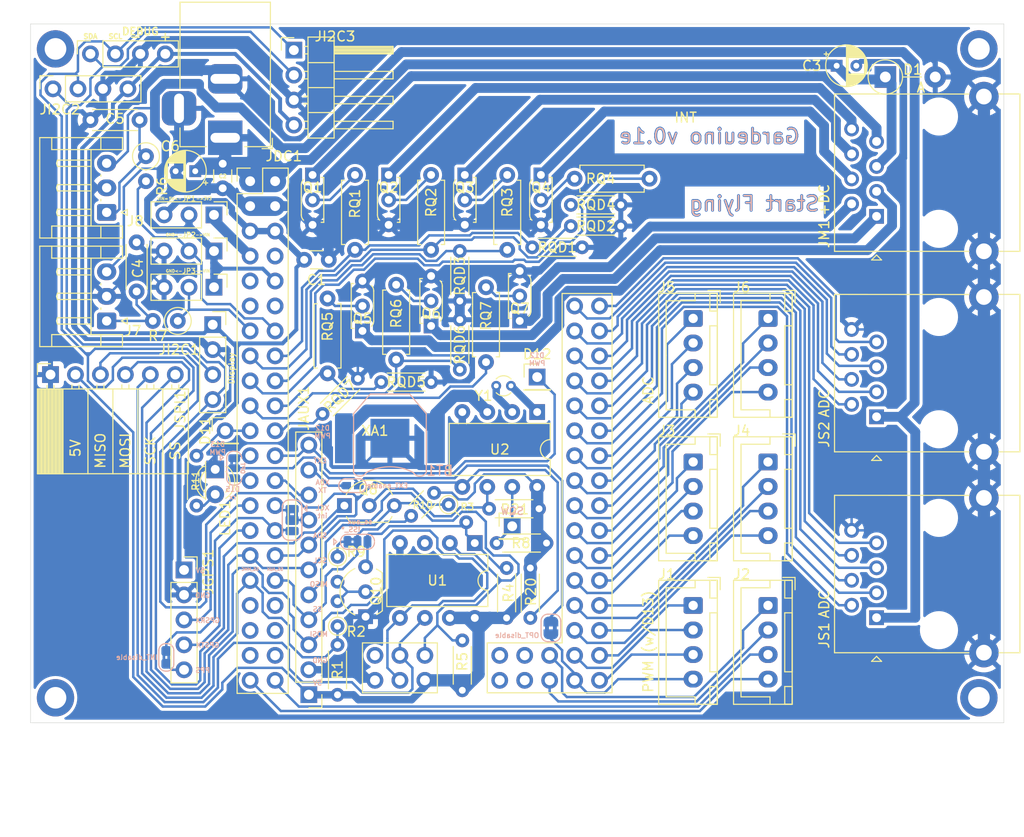
<source format=kicad_pcb>
(kicad_pcb (version 20211014) (generator pcbnew)
  (layers (0 "F.Cu" signal) (31 "B.Cu" signal) (34 "B.Paste" user) (35 "F.Paste" user) (36 "B.SilkS" user "B.Silkscreen") (37 "F.SilkS" user "F.Silkscreen") (38 "B.Mask" user) (39 "F.Mask" user) (44 "Edge.Cuts" user))
  (net 0 "")
  (net 13 "Net-(J4-Pad4)")
  (net 14 "Net-(J3-Pad2)")
  (net 15 "Net-(J2-Pad2)")
  (net 16 "Net-(J4-Pad1)")
  (net 17 "Net-(J1-Pad2)")
  (net 18 "Net-(J1-Pad1)")
  (net 19 "Net-(J3-Pad4)")
  (net 20 "Net-(J4-Pad3)")
  (net 21 "Net-(J3-Pad3)")
  (net 22 "Net-(J2-Pad1)")
  (net 23 "Net-(J3-Pad1)")
  (net 24 "Net-(J4-Pad2)")
  (net 25 "Net-(J5-Pad1)")
  (net 26 "GND")
  (net 27 "Net-(Q1-Pad2)")
  (net 28 "Net-(Q2-Pad2)")
  (net 29 "Net-(Q3-Pad2)")
  (net 30 "Net-(Q4-Pad2)")
  (net 31 "/VIN")
  (net 32 "Net-(U2-Pad2)")
  (net 33 "Net-(U2-Pad1)")
  (net 34 "/5V2")
  (net 35 "Net-(BT1-Pad1)")
  (net 36 "Net-(Q6-Pad2)")
  (net 37 "Net-(Q7-Pad2)")
  (net 38 "Net-(J5-Pad4)")
  (net 39 "Net-(J5-Pad3)")
  (net 40 "Net-(J5-Pad2)")
  (net 41 "Net-(JP1-Pad1)")
  (net 42 "/5V3")
  (net 43 "/GND3")
  (net 44 "/SDA")
  (net 45 "/SCL")
  (net 46 "Net-(JM1-Pad3)")
  (net 47 "Net-(JM1-Pad4)")
  (net 48 "Net-(JM1-Pad7)")
  (net 49 "Net-(JM1-Pad2)")
  (net 50 "Net-(JM1-Pad8)")
  (net 51 "Net-(JM1-Pad6)")
  (net 52 "Net-(JS1-Pad3)")
  (net 53 "Net-(JS1-Pad5)")
  (net 54 "Net-(JS1-Pad4)")
  (net 55 "Net-(JS1-Pad7)")
  (net 56 "Net-(JS1-Pad2)")
  (net 57 "Net-(JS1-Pad6)")
  (net 58 "Net-(JS2-Pad3)")
  (net 59 "Net-(JS2-Pad5)")
  (net 60 "Net-(JS2-Pad4)")
  (net 61 "Net-(JS2-Pad7)")
  (net 62 "Net-(JS2-Pad2)")
  (net 63 "Net-(JS2-Pad6)")
  (net 64 "Net-(Q5-Pad2)")
  (net 65 "Net-(RQ1-Pad1)")
  (net 66 "Net-(RQ2-Pad1)")
  (net 67 "Net-(RQ3-Pad1)")
  (net 68 "Net-(RQ4-Pad1)")
  (net 69 "Net-(RQ5-Pad1)")
  (net 70 "Net-(RQ6-Pad1)")
  (net 71 "Net-(RQ7-Pad1)")
  (net 72 "Net-(J6-Pad4)")
  (net 73 "Net-(J6-Pad3)")
  (net 74 "Net-(J6-Pad2)")
  (net 75 "Net-(J6-Pad1)")
  (net 76 "/VIN1")
  (net 77 "Net-(JM1-Pad1)")
  (net 78 "/INT0")
  (net 79 "/INT1")
  (net 80 "/D30")
  (net 82 "/D31")
  (net 83 "/D51")
  (net 84 "/D12")
  (net 85 "Net-(C4-Pad1)")
  (net 86 "Net-(C5-Pad2)")
  (net 87 "/PIN47")
  (net 88 "Net-(J1-Pad3)")
  (net 89 "/MISDO")
  (net 90 "Net-(Q8-Pad2)")
  (net 91 "Net-(Q10-Pad2)")
  (net 92 "/D50")
  (net 93 "/SS_MMC")
  (net 94 "/GPSRX")
  (net 95 "/D16")
  (net 96 "/SQW")
  (net 97 "/SS_AUX")
  (net 98 "/XCL")
  (net 99 "/GPSTX")
  (net 100 "/D13")
  (net 101 "/TX")
  (net 102 "/RX")
  (net 103 "/OPT")
  (net 104 "/OPT_EXT")
  (net 105 "/D11")
  (net 106 "Net-(LED1-Pad2)")
  (net 107 "/SS_RAM")
  (net 108 "/INT")
  (net 109 "/SS_INV")
  (net 110 "/PPS")
  (net 111 "/D52")
  (footprint "Connector_JST:JST_XH_B4B-XH-A_1x04_P2.50mm_Vertical" (layer "F.Cu") (at 174.625 79.375 -90)
    (fp_text reference "J4")
    (fp_text value "Conn_01x04_Female" hide)
  )
  (footprint "Connector_JST:JST_XH_B4B-XH-A_1x04_P2.50mm_Vertical" (layer "F.Cu") (at 167.005 79.375 -90)
    (fp_text reference "J3")
    (fp_text value "Conn_01x04_Female" hide)
  )
  (footprint "Connector_JST:JST_XH_B4B-XH-A_1x04_P2.50mm_Vertical" (layer "F.Cu") (at 174.625 64.77 -90)
    (fp_text reference "J6")
    (fp_text value "Conn_01x04_Female" hide)
  )
  (footprint "Connector_JST:JST_XH_B4B-XH-A_1x04_P2.50mm_Vertical" (layer "F.Cu") (at 167.005 64.77 -90)
    (fp_text reference "J5")
    (fp_text value "Conn_01x04_Female" hide)
  )
  (footprint "Connector_JST:JST_XH_B4B-XH-A_1x04_P2.50mm_Vertical" (layer "F.Cu") (at 174.625 93.98 -90)
    (fp_text reference "J2")
    (fp_text value "Conn_01x04_Female" hide)
  )
  (footprint "Connector_JST:JST_XH_B4B-XH-A_1x04_P2.50mm_Vertical" (layer "F.Cu") (at 167.005 93.98 -90)
    (fp_text reference "J1")
    (fp_text value "Conn_01x04_Female" hide)
  )
  (footprint "Resistor_THT:R_Axial_DIN0204_L3.6mm_D1.6mm_P5.08mm_Horizontal" (layer "F.Cu") (at 148.0185 90.17 -90)
    (fp_text reference "R4")
    (fp_text value "4k7")
  )
  (footprint "Resistor_THT:R_Axial_DIN0204_L3.6mm_D1.6mm_P5.08mm_Horizontal" (layer "F.Cu") (at 151.3205 84.1375 180)
    (fp_text reference "R21")
    (fp_text value "4k7")
  )
  (footprint "Resistor_THT:R_Axial_DIN0204_L3.6mm_D1.6mm_P5.08mm_Horizontal" (layer "F.Cu") (at 150.4315 95.25 90)
    (fp_text reference "R20")
    (fp_text value "4k7")
  )
  (footprint "Package_DIP:DIP-8_W7.62mm" (layer "F.Cu") (at 144.78 87.63 -90)
    (fp_text reference "U1")
    (fp_text value "23LC512")
  )
  (footprint "Package_DIP:DIP-8_W7.62mm" (layer "F.Cu") (at 151.13 74.295 -90)
    (fp_text reference "U2")
    (fp_text value "DS1307+")
  )
  (footprint "Connector_RJ:RJ45_Ninigi_GE1" (layer "F.Cu") (at 185.672 54.379 90)
    (fp_text reference "JM1")
    (fp_text value "RJ45_Shielded")
  )
  (footprint "Resistor_THT:R_Axial_DIN0207_L6.3mm_D2.5mm_P7.62mm_Horizontal" (layer "F.Cu") (at 140.335 57.785 90)
    (fp_text reference "RQ2")
    (fp_text value "1k")
  )
  (footprint "Resistor_THT:R_Axial_DIN0207_L6.3mm_D2.5mm_P7.62mm_Horizontal" (layer "F.Cu") (at 136.779 68.961 90)
    (fp_text reference "RQ6")
    (fp_text value "1k")
  )
  (footprint "Package_TO_SOT_THT:TO-92L_Inline_Wide_Flat" (layer "F.Cu") (at 151.511 50.165 -90)
    (fp_text reference "Q4")
    (fp_text value "Q_NMOS_DGS")
  )
  (footprint "Package_TO_SOT_THT:TO-92L_Inline_Wide_Flat" (layer "F.Cu") (at 143.764 50.165 -90)
    (fp_text reference "Q3")
    (fp_text value "Q_NMOS_DGS")
  )
  (footprint "Resistor_THT:R_Axial_DIN0207_L6.3mm_D2.5mm_P7.62mm_Horizontal" (layer "F.Cu") (at 148.082 57.785 90)
    (fp_text reference "RQ3")
    (fp_text value "1k")
  )
  (footprint "Package_TO_SOT_THT:TO-92L_Inline_Wide_Flat" (layer "F.Cu") (at 149.352 65.024 90)
    (fp_text reference "Q7")
    (fp_text value "Q_NMOS_DGS")
  )
  (footprint "Crystal:Crystal_DS10_D1.0mm_L4.3mm_Vertical" (layer "F.Cu") (at 148.463 71.628 180)
    (fp_text reference "Y1")
    (fp_text value "Crystal_Small")
  )
  (footprint "Package_TO_SOT_THT:TO-92L_Inline_Wide_Flat" (layer "F.Cu") (at 133.35 66.04 90)
    (fp_text reference "Q5")
    (fp_text value "Q_NMOS_DGS")
  )
  (footprint "Connector_PinHeader_2.54mm:PinHeader_1x03_P2.54mm_Vertical" (layer "F.Cu") (at 118.237 54.229 -90)
    (fp_text reference "JP1")
    (fp_text value "Jumper_NC_Dual" hide)
  )
  (footprint "Resistor_THT:R_Axial_DIN0207_L6.3mm_D2.5mm_P7.62mm_Horizontal" (layer "F.Cu") (at 129.794 70.358 90)
    (fp_text reference "RQ5")
    (fp_text value "1k")
  )
  (footprint "Connector_BarrelJack:BarrelJack_Horizontal" (layer "F.Cu") (at 119.38 46.386 -90)
    (fp_text reference "JDC1")
    (fp_text value "Jack-DC")
  )
  (footprint "Package_TO_SOT_THT:TO-92L_Inline_Wide_Flat" (layer "F.Cu") (at 140.335 65.532 90)
    (fp_text reference "Q6")
    (fp_text value "Q_NMOS_DGS")
  )
  (footprint "Resistor_THT:R_Axial_DIN0207_L6.3mm_D2.5mm_P7.62mm_Horizontal" (layer "F.Cu") (at 132.588 57.785 90)
    (fp_text reference "RQ1")
    (fp_text value "1k")
  )
  (footprint "Connector_PinHeader_2.54mm:PinHeader_1x04_P2.54mm_Horizontal" (layer "F.Cu") (at 126.365 37.465)
    (fp_text reference "JI2C3")
    (fp_text value "Key")
  )
  (footprint "Capacitor_THT:C_Disc_D3.0mm_W1.6mm_P2.50mm" (layer "F.Cu") (at 129.921 58.801 180)
    (fp_text reference "C1")
    (fp_text value "C_Small")
  )
  (footprint "Connector_RJ:RJ45_Ninigi_GE1" (layer "F.Cu") (at 185.672 95.227 90)
    (fp_text reference "JS1")
    (fp_text value "RJ45_Shielded")
  )
  (footprint "Connector_RJ:RJ45_Ninigi_GE1" (layer "F.Cu") (at 185.672 74.78 90)
    (fp_text reference "JS2")
    (fp_text value "RJ45_Shielded")
  )
  (footprint "Connector_JST:JST_EH_S3B-EH_1x03_P2.50mm_Horizontal" (layer "F.Cu") (at 107.315 53.975 90)
    (fp_text reference "J8")
    (fp_text value "Conn_01x03_Male" hide)
  )
  (footprint "Connector_JST:JST_EH_S3B-EH_1x03_P2.50mm_Horizontal" (layer "F.Cu") (at 107.315 65.024 90)
    (fp_text reference "J7")
    (fp_text value "Conn_01x03_Male" hide)
  )
  (footprint "MountingHole:MountingHole_2.2mm_M2_ISO14580_Pad_TopBottom" (layer "F.Cu") (at 196.088 103.378)
    (fp_text reference "H2" hide)
    (fp_text value "MountingHole" hide)
  )
  (footprint "MountingHole:MountingHole_2.2mm_M2_ISO14580_Pad_TopBottom" (layer "F.Cu") (at 102.108 37.338)
    (fp_text reference "H3" hide)
    (fp_text value "MountingHole" hide)
  )
  (footprint "MountingHole:MountingHole_2.2mm_M2_ISO14580_Pad_TopBottom" (layer "F.Cu") (at 196.088 37.338)
    (fp_text reference "H4" hide)
    (fp_text value "MountingHole" hide)
  )
  (footprint "MountingHole:MountingHole_2.2mm_M2_ISO14580_Pad_TopBottom" (layer "F.Cu") (at 102.108 103.378)
    (fp_text reference "H1" hide)
    (fp_text value "MountingHole" hide)
  )
  (footprint "Connector_PinHeader_2.54mm:PinHeader_1x03_P2.54mm_Vertical" (layer "F.Cu") (at 118.237 57.912 -90)
    (fp_text reference "JP2")
    (fp_text value "Jumper_NC_Dual" hide)
  )
  (footprint "Resistor_THT:R_Axial_DIN0207_L6.3mm_D2.5mm_P2.54mm_Vertical" (layer "F.Cu") (at 114.554 65.024 180)
    (fp_text reference "R7")
    (fp_text value "150R")
  )
  (footprint "Resistor_THT:R_Axial_DIN0207_L6.3mm_D2.5mm_P2.54mm_Vertical" (layer "F.Cu") (at 111.3155 48.26 -90)
    (fp_text reference "R6")
    (fp_text value "150R")
  )
  (footprint "Connector_PinHeader_2.54mm:PinHeader_1x03_P2.54mm_Vertical" (layer "F.Cu") (at 118.237 61.595 -90)
    (fp_text reference "JP3")
    (fp_text value "Jumper_NC_Dual" hide)
  )
  (footprint "Connector_PinSocket_2.54mm:PinSocket_1x04_P2.54mm_Vertical" (layer "F.Cu") (at 101.854 41.402 90)
    (fp_text reference "JI2C2")
    (fp_text value "THP")
  )
  (footprint "Capacitor_THT:CP_Radial_D4.0mm_P2.00mm" (layer "F.Cu") (at 181.61 39.0525)
    (fp_text reference "C3")
    (fp_text value "C_Small")
  )
  (footprint "Connector_PinSocket_2.54mm:PinSocket_1x04_P2.54mm_Vertical" (layer "F.Cu") (at 118.11 65.405)
    (fp_text reference "JI2C1")
    (fp_text value "Display")
  )
  (footprint "Connector_PinHeader_2.54mm:PinHeader_1x01_P2.54mm_Vertical" (layer "F.Cu") (at 151.13 70.739)
    (fp_text reference "D12")
    (fp_text value "Conn_01x01_Male" hide)
  )
  (footprint "Capacitor_THT:C_Disc_D4.3mm_W1.9mm_P5.00mm" (layer "F.Cu") (at 105.664 44.577)
    (fp_text reference "C5")
    (fp_text value "C_Small" hide)
  )
  (footprint "Capacitor_THT:C_Disc_D4.3mm_W1.9mm_P5.00mm" (layer "F.Cu") (at 110.363 62.023 90)
    (fp_text reference "C4")
    (fp_text value "C_Small" hide)
  )
  (footprint "Capacitor_THT:CP_Radial_D4.0mm_P2.00mm" (layer "F.Cu") (at 116.332 49.784 180)
    (fp_text reference "C6")
    (fp_text value "C_Small" hide)
  )
  (footprint "Capacitor_THT:C_Disc_D3.0mm_W1.6mm_P2.50mm" (layer "F.Cu") (at 119.126 51.522 90)
    (fp_text reference "C2")
    (fp_text value "C_Small" hide)
  )
  (footprint "Connector_PinSocket_2.54mm:PinSocket_1x06_P2.54mm_Horizontal_SDREADER_KEEPOUT" (layer "F.Cu") (at 101.6 70.485 90)
    (fp_text reference "JSPI1")
    (fp_text value "Conn_01x06_Female" hide)
  )
  (footprint "Resistor_THT:R_Axial_DIN0204_L3.6mm_D1.6mm_P2.54mm_Vertical" (layer "F.Cu") (at 130.81 96.089 90)
    (fp_text reference "R2")
    (fp_text value "4k7")
  )
  (footprint "Resistor_THT:R_Axial_DIN0204_L3.6mm_D1.6mm_P5.08mm_Horizontal" (layer "F.Cu") (at 154.559 55.372)
    (fp_text reference "RQD2")
    (fp_text value "10k")
  )
  (footprint "Resistor_THT:R_Axial_DIN0204_L3.6mm_D1.6mm_P5.08mm_Horizontal" (layer "F.Cu") (at 143.256 57.912 -90)
    (fp_text reference "RQD3")
    (fp_text value "10k")
  )
  (footprint "Resistor_THT:R_Axial_DIN0204_L3.6mm_D1.6mm_P5.08mm_Horizontal" (layer "F.Cu") (at 150.622 57.531)
    (fp_text reference "RQD1")
    (fp_text value "10k")
  )
  (footprint "Resistor_THT:R_Axial_DIN0204_L3.6mm_D1.6mm_P5.08mm_Horizontal" (layer "F.Cu") (at 129.286 74.4855 45)
    (fp_text reference "RQD7")
    (fp_text value "10k")
  )
  (footprint "Package_TO_SOT_THT:TO-92L_Inline_Wide_Flat" (layer "F.Cu") (at 136.017 50.165 -90)
    (fp_text reference "Q2")
    (fp_text value "Q_NMOS_DGS")
  )
  (footprint "Package_TO_SOT_THT:TO-92L_Inline_Wide_Flat" (layer "F.Cu") (at 128.27 50.165 -90)
    (fp_text reference "Q1")
    (fp_text value "Q_NMOS_DGS")
  )
  (footprint "Resistor_THT:R_Axial_DIN0207_L6.3mm_D2.5mm_P7.62mm_Horizontal" (layer "F.Cu") (at 162.56 50.546 180)
    (fp_text reference "RQ4")
    (fp_text value "1k")
  )
  (footprint "Resistor_THT:R_Axial_DIN0207_L6.3mm_D2.5mm_P7.62mm_Horizontal" (layer "F.Cu") (at 145.923 69.215 90)
    (fp_text reference "RQ7")
    (fp_text value "1K")
  )
  (footprint "Resistor_THT:R_Axial_DIN0204_L3.6mm_D1.6mm_P5.08mm_Horizontal" (layer "F.Cu") (at 154.559 53.213)
    (fp_text reference "RQD4")
    (fp_text value "10k")
  )
  (footprint "Resistor_THT:R_Axial_DIN0204_L3.6mm_D1.6mm_P5.08mm_Horizontal" (layer "F.Cu") (at 135.255 71.247)
    (fp_text reference "RQD5")
    (fp_text value "10k")
  )
  (footprint "Resistor_THT:R_Axial_DIN0204_L3.6mm_D1.6mm_P5.08mm_Horizontal" (layer "F.Cu") (at 143.256 69.977 90)
    (fp_text reference "RQD6")
    (fp_text value "10k")
  )
  (footprint "Socket:Arduino_2560_Mega_Embad" (layer "F.Cu") (at 139.7 71.12)
    (fp_text reference "XA1")
    (fp_text value "Arduino_Mega2560_Shield")
  )
  (footprint "Resistor_THT:R_Axial_DIN0204_L3.6mm_D1.6mm_P5.08mm_Horizontal" (layer "F.Cu") (at 143.51 97.536 -90)
    (fp_text reference "R5")
    (fp_text value "10k")
  )
  (footprint "Connector_PinSocket_2.54mm:PinSocket_1x04_P2.54mm_Vertical" (layer "F.Cu") (at 105.664 37.846 90)
    (fp_text reference "JI2C0" hide)
    (fp_text value "DEBUG")
  )
  (footprint "Resistor_THT:R_Axial_DIN0204_L3.6mm_D1.6mm_P2.54mm_Vertical" (layer "F.Cu") (at 142.113 83.71933 -45)
    (fp_text reference "R3")
    (fp_text value "4k7")
  )
  (footprint "Package_TO_SOT_THT:TO-92L_Inline_Wide" (layer "F.Cu") (at 133.6675 95.123 90)
    (fp_text reference "Q10")
    (fp_text value "Q_NMOS_DGS")
  )
  (footprint "Resistor_THT:R_Axial_DIN0204_L3.6mm_D1.6mm_P5.08mm_Horizontal" (layer "F.Cu") (at 147.0025 87.63)
    (fp_text reference "R8")
    (fp_text value "4k7")
  )
  (footprint "Connector_PinHeader_2.54mm:PinHeader_1x01_P2.54mm_Vertical" (layer "F.Cu") (at 148.59 85.9155)
    (fp_text reference "JSQW1" hide)
    (fp_text value "Conn_01x01_Male")
  )
  (footprint "Resistor_THT:R_Axial_DIN0204_L3.6mm_D1.6mm_P5.08mm_Horizontal" (layer "F.Cu") (at 130.81 103.0732 90)
    (fp_text reference "R1")
    (fp_text value "4k7")
  )
  (footprint "Diode_THT:D_DO-41_SOD81_P5.08mm_Vertical_AnodeUp" (layer "F.Cu") (at 186.563 40.1955)
    (fp_text reference "D1")
    (fp_text value "1N47xxA")
  )
  (footprint "Package_TO_SOT_THT:TO-92L_Inline_Wide" (layer "F.Cu") (at 131.5085 83.82)
    (fp_text reference "Q8")
    (fp_text value "2N3904")
  )
  (footprint "Connector_PinHeader_2.54mm:PinHeader_1x11_P2.54mm_Vertical" (layer "F.Cu") (at 127.889 103.0605 180)
    (fp_text reference "JAUX1")
    (fp_text value "GPS")
  )
  (footprint "Connector_PinSocket_2.54mm:PinSocket_1x05_P2.54mm_Vertical" (layer "F.Cu") (at 115.1885 90.3685)
    (fp_text reference "JGPS1")
    (fp_text value "GPS")
  )
  (footprint "Connector_PinHeader_2.54mm:PinHeader_1x01_P2.54mm_Vertical" (layer "F.Cu") (at 119.38 76.2)
    (fp_text reference "D11")
    (fp_text value "Conn_01x01_Male")
  )
  (footprint "Resistor_THT:R_Axial_DIN0204_L3.6mm_D1.6mm_P3.30mm_Horizontal" (layer "F.Cu") (at 140.6398 82.5246 -135)
    (fp_text reference "R10")
    (fp_text value "4k7")
  )
  (footprint "LED_THT:LED_D3.0mm" (layer "F.Cu") (at 118.364 80.132 -90)
    (fp_text reference "LED1")
    (fp_text value "LED")
  )
  (footprint "Resistor_THT:R_Axial_DIN0204_L3.6mm_D1.6mm_P2.54mm_Vertical" (layer "F.Cu") (at 130.81 89.027 -90)
    (fp_text reference "R9")
    (fp_text value "4k7")
  )
  (footprint "Resistor_THT:R_Axial_DIN0204_L3.6mm_D1.6mm_P5.08mm_Horizontal" (layer "F.Cu") (at 116.459 78.74 -90)
    (fp_text reference "R11")
    (fp_text value "R")
  )
  (footprint "Battery:BatteryHolder_Keystone_2998_1x6.8mm" (layer "B.Cu") (at 136.144 76.962)
    (fp_text reference "BT1")
    (fp_text value "Battery_Cell")
  )
  (footprint "Jumper:SolderJumper-2_P1.3mm_Bridged2Bar_RoundedPad1.0x1.5mm" (layer "B.Cu") (at 152.527 96.266 90)
    (fp_text reference "P2" hide)
    (fp_text value "SolderJumper_2_Bridged" hide)
  )
  (footprint "Jumper:SolderJumper-2_P1.3mm_Open_RoundedPad1.0x1.5mm" (layer "B.Cu") (at 132.334 81.788)
    (fp_text reference "P1" hide)
    (fp_text value "SolderJumper_2_Open" hide)
  )
  (footprint "Library:SolderJumper-3_P1.3mm_Bridged2Bar12_RoundedPad1.0x1.5mm_narrow" (layer "B.Cu") (at 120.298 80.01 -90)
    (fp_text reference "JP6" hide)
    (fp_text value "SolderJumper_3_Bridged12" hide)
  )
  (footprint "Library:SolderJumper-3_P1.3mm_Bridged2Bar12_RoundedPad1.0x1.5mm_narrow" (layer "B.Cu") (at 132.842 87.503)
    (fp_text reference "JP4" hide)
    (fp_text value "SolderJumper_3_Bridged12" hide)
  )
  (footprint "Library:SolderJumper-2_P1.3mm_Bridged2Bar_RoundedPad1.0x1.5mm_narrow" (layer "B.Cu") (at 113.3856 99.2632 -90)
    (fp_text reference "P3" hide)
    (fp_text value "SolderJumper_2_Bridged" hide)
  )
  (footprint "Jumper:SolderJumper-3_P1.3mm_Bridged2Bar12_RoundedPad1.0x1.5mm" (layer "B.Cu") (at 126.1872 85.2932 -90)
    (fp_text reference "JP5" hide)
    (fp_text value "SolderJumper_3_Bridged12" hide)
  )
  (gr_line (start 198.628 34.798) (end 198.628 105.918) (layer "Edge.Cuts") (width 0.05))
  (gr_line (start 198.628 105.918) (end 99.568 105.918) (layer "Edge.Cuts") (width 0.05))
  (gr_line (start 99.568 34.798) (end 198.628 34.798) (layer "Edge.Cuts") (width 0.05))
  (gr_line (start 99.568 105.918) (end 99.568 34.798) (layer "Edge.Cuts") (width 0.05))
  (gr_text "Gardeuino v0.1e" (at 168.656 46.228) (layer "B.Cu") (effects (font (size 1.5 1.5) (thickness 0.3)) (justify mirror)))
  (gr_text "Start Flying" (at 173.228 53.086) (layer "B.Cu") (effects (font (size 1.5 1.5) (thickness 0.3)) (justify mirror)))
  (gr_text "ss_aux\n     !SS_*" (at 133.096 85.852) (layer "B.SilkS") (effects (font (size 0.5 0.5) (thickness 0.1)) (justify mirror)))
  (gr_text "Gardeuino v0.1e" (at 168.656 46.228) (layer "B.SilkS") (effects (font (size 1.5 1.5)) (justify mirror)))
  (gr_text "GPSTX" (at 117.602 98.021688) (layer "B.SilkS") (effects (font (size 0.5 0.5) (thickness 0.1)) (justify mirror)))
  (gr_text "D15\nrx" (at 120.142 82.55) (layer "B.SilkS") (effects (font (size 0.5 0.5) (thickness 0.1)) (justify mirror)))
  (gr_text "D12\nPWM" (at 129.286 76.327) (layer "B.SilkS") (effects (font (size 0.5 0.5) (thickness 0.1)) (justify mirror)))
  (gr_text "5V" (at 116.84 90.424) (layer "B.SilkS") (effects (font (size 0.5 0.5) (thickness 0.1)) (justify mirror)))
  (gr_text "SS_AUX" (at 124.46 90.297) (layer "B.SilkS") (effects (font (size 0.3 0.3) (thickness 0.075)) (justify mirror)))
  (gr_text "D13\nPWM" (at 118.618 77.978) (layer "B.SilkS") (effects (font (size 0.5 0.5) (thickness 0.1)) (justify mirror)))
  (gr_text "INT_disable" (at 110.3884 99.2632) (layer "B.SilkS") (effects (font (size 0.5 0.5) (thickness 0.1)) (justify mirror)))
  (gr_text "XCL\nint" (at 129.286 84.455) (layer "B.SilkS") (effects (font (size 0.5 0.5) (thickness 0.1)) (justify mirror)))
  (gr_text "Start Flying" (at 173.228 53.086) (layer "B.SilkS") (effects (font (size 1.5 1.5)) (justify mirror)))
  (gr_text "OPT" (at 121.158 80.016512 270) (layer "B.SilkS") (effects (font (size 0.4 0.4) (thickness 0.1)) (justify mirror)))
  (gr_text "SQW" (at 148.59 84.3788) (layer "B.SilkS") (effects (font (size 0.75 0.75) (thickness 0.12)) (justify mirror)))
  (gr_text "MISO" (at 128.905 91.821) (layer "B.SilkS") (effects (font (size 0.5 0.5) (thickness 0.1)) (justify mirror)))
  (gr_text "PPS" (at 117.094 100.584) (layer "B.SilkS") (effects (font (size 0.5 0.5) (thickness 0.1)) (justify mirror)))
  (gr_text "XDA\nTX" (at 129.286 81.8642) (layer "B.SilkS") (effects (font (size 0.5 0.5) (thickness 0.1)) (justify mirror)))
  (gr_text "5V" (at 128.778 101.854) (layer "B.SilkS") (effects (font (size 0.5 0.5) (thickness 0.1)) (justify mirror)))
  (gr_text "GND" (at 129.032 99.568) (layer "B.SilkS") (effects (font (size 0.5 0.5) (thickness 0.1)) (justify mirror)))
  (gr_text "D12\nPWM" (at 151.13 68.9356) (layer "B.SilkS") (effects (font (size 0.5 0.5) (thickness 0.1)) (justify mirror)))
  (gr_text "SS_MMC\n" (at 121.92 90.297) (layer "B.SilkS") (effects (font (size 0.3 0.3) (thickness 0.075)) (justify mirror)))
  (gr_text "MOSI" (at 128.905 96.901) (layer "B.SilkS") (effects (font (size 0.5 0.5) (thickness 0.1)) (justify mirror)))
  (gr_text "EXT_enable" (at 135.89 81.788) (layer "B.SilkS") (effects (font (size 0.5 0.5) (thickness 0.1)) (justify mirror)))
  (gr_text "SDA" (at 129.032 86.868) (layer "B.SilkS") (effects (font (size 0.5 0.5) (thickness 0.1)) (justify mirror)))
  (gr_text "EXT" (at 129.032 79.248) (layer "B.SilkS") (effects (font (size 0.5 0.5) (thickness 0.1)) (justify mirror)))
  (gr_text "GND" (at 117.094 92.964) (layer "B.SilkS") (effects (font (size 0.5 0.5) (thickness 0.1)) (justify mirror)))
  (gr_text "GPSRX" (at 117.602 95.504) (layer "B.SilkS") (effects (font (size 0.5 0.5) (thickness 0.1)) (justify mirror)))
  (gr_text "SS" (at 128.778 94.361) (layer "B.SilkS") (effects (font (size 0.5 0.5) (thickness 0.1)) (justify mirror)))
  (gr_text "SCL" (at 129.032 89.408) (layer "B.SilkS") (effects (font (size 0.5 0.5) (thickness 0.1)) (justify mirror)))
  (gr_text "OPT_disable" (at 151.384 97.028) (layer "B.SilkS") (effects (font (size 0.5 0.5) (thickness 0.1)) (justify left mirror)))
  (gr_text "5V<-" (at 114.3 52.578) (layer "F.SilkS") (effects (font (size 0.3 0.3) (thickness 0.075))))
  (gr_text "SS" (at 114.3 78.232 90) (layer "F.SilkS") (effects (font (size 1 1))))
  (gr_text "MOSI" (at 109.22 78.232 90) (layer "F.SilkS") (effects (font (size 1 1))))
  (gr_text "MISO" (at 106.68 78.232 90) (layer "F.SilkS") (effects (font (size 1 1))))
  (gr_text "VIN=" (at 113.03 52.578) (layer "F.SilkS") (effects (font (size 0.3 0.3) (thickness 0.075))))
  (gr_text "ADC" (at 162.433 72.076 90) (layer "F.SilkS") (effects (font (size 1 1))))
  (gr_text "PWM (w/D13)" (at 162.433 97.663 90) (layer "F.SilkS") (effects (font (size 1 1))))
  (gr_text "SDA" (at 105.664 36.068) (layer "F.SilkS") (effects (font (size 0.5 0.5) (thickness 0.125))))
  (gr_text "SCK" (at 111.76 78.232 90) (layer "F.SilkS") (effects (font (size 1 1))))
  (gr_text "+DC" (at 180.34 52.705 90) (layer "F.SilkS") (effects (font (size 1 1))))
  (gr_text "->3V3" (at 117.221 52.578) (layer "F.SilkS") (effects (font (size 0.3 0.3) (thickness 0.075))))
  (gr_text "GND<-" (at 114.173 59.944) (layer "F.SilkS") (effects (font (size 0.3 0.3) (thickness 0.075))))
  (gr_text "->VIN" (at 117.094 59.944) (layer "F.SilkS") (effects (font (size 0.3 0.3) (thickness 0.075))))
  (gr_text "-" (at 110.236 36.068) (layer "F.SilkS") (effects (font (size 1 1))))
  (gr_text "+" (at 113.284 36.068) (layer "F.SilkS") (effects (font (size 1 1))))
  (gr_text "ADC" (at 180.34 73.406 90) (layer "F.SilkS") (effects (font (size 1 1))))
  (gr_text "->VIN" (at 117.094 56.261) (layer "F.SilkS") (effects (font (size 0.3 0.3) (thickness 0.075))))
  (gr_text "ADC" (at 180.34 93.853 90) (layer "F.SilkS") (effects (font (size 1 1))))
  (gr_text "GND<-" (at 114.173 56.261) (layer "F.SilkS") (effects (font (size 0.3 0.3) (thickness 0.075))))
  (gr_text "5V" (at 104.14 77.978 90) (layer "F.SilkS") (effects (font (size 1 1))))
  (gr_text "SCL" (at 108.204 36.068) (layer "F.SilkS") (effects (font (size 0.5 0.5) (thickness 0.125))))
  (segment locked (start 160.02 97.79) (end 156.21 97.79) (width 0.25) (layer "B.Cu") (net 13))
  (segment locked (start 170.942 86.868) (end 160.02 97.79) (width 0.25) (layer "B.Cu") (net 13))
  (segment locked (start 156.21 97.79) (end 154.94 96.52) (width 0.25) (layer "B.Cu") (net 13))
  (segment locked (start 174.633412 86.868) (end 170.942 86.868) (width 0.25) (layer "B.Cu") (net 13))
  (segment locked (start 156.21 90.17) (end 154.94 88.9) (width 0.25) (layer "B.Cu") (net 14))
  (segment locked (start 158.75 90.17) (end 156.21 90.17) (width 0.25) (layer "B.Cu") (net 14))
  (segment locked (start 167.005 81.915) (end 158.75 90.17) (width 0.25) (layer "B.Cu") (net 14))
  (segment locked (start 167.005 81.875) (end 167.005 81.915) (width 0.25) (layer "B.Cu") (net 14))
  (segment locked (start 153.277977 103.747977) (end 152.4 102.87) (width 0.25) (layer "B.Cu") (net 15))
  (segment locked (start 152.4 102.87) (end 152.4 101.6) (width 0.25) (layer "B.Cu") (net 15))
  (segment locked (start 174.625 96.48) (end 167.357023 103.747977) (width 0.25) (layer "B.Cu") (net 15))
  (segment locked (start 167.357023 103.747977) (end 153.277977 103.747977) (width 0.25) (layer "B.Cu") (net 15))
  (segment locked (start 161.917947 93.98) (end 172.085 83.812947) (width 0.25) (layer "B.Cu") (net 16))
  (segment locked (start 172.085 81.915) (end 172.085 83.812947) (width 0.25) (layer "B.Cu") (net 16))
  (segment locked (start 174.625 79.375) (end 172.085 81.915) (width 0.25) (layer "B.Cu") (net 16))
  (segment locked (start 157.48 93.98) (end 161.917947 93.98) (width 0.25) (layer "B.Cu") (net 16))
  (segment locked (start 154.94 99.06) (end 156.21 100.33) (width 0.25) (layer "B.Cu") (net 17))
  (segment locked (start 156.21 100.33) (end 158.751435 100.33) (width 0.25) (layer "B.Cu") (net 17))
  (segment locked (start 162.601436 96.48) (end 167.005 96.48) (width 0.25) (layer "B.Cu") (net 17))
  (segment locked (start 158.751435 100.33) (end 162.601436 96.48) (width 0.25) (layer "B.Cu") (net 17))
  (segment locked (start 157.48 99.06) (end 159.385718 99.06) (width 0.25) (layer "B.Cu") (net 18))
  (segment locked (start 159.385718 99.06) (end 164.465718 93.98) (width 0.25) (layer "B.Cu") (net 18))
  (segment locked (start 164.465718 93.98) (end 167.005 93.98) (width 0.25) (layer "B.Cu") (net 18))
  (segment locked (start 164.585 86.875) (end 167.005 86.875) (width 0.25) (layer "B.Cu") (net 19))
  (segment locked (start 156.21 92.71) (end 158.75 92.71) (width 0.25) (layer "B.Cu") (net 19))
  (segment locked (start 158.75 92.71) (end 164.585 86.875) (width 0.25) (layer "B.Cu") (net 19))
  (segment locked (start 154.94 91.44) (end 156.21 92.71) (width 0.25) (layer "B.Cu") (net 19))
  (segment locked (start 160.654282 96.52) (end 172.799282 84.375) (width 0.25) (layer "B.Cu") (net 20))
  (segment locked (start 172.799282 84.375) (end 174.674822 84.375) (width 0.25) (layer "B.Cu") (net 20))
  (segment locked (start 157.48 96.52) (end 160.654282 96.52) (width 0.25) (layer "B.Cu") (net 20))
  (segment locked (start 158.75 91.44) (end 157.48 91.44) (width 0.25) (layer "B.Cu") (net 21))
  (segment locked (start 167.005 84.375) (end 165.815 84.375) (width 0.25) (layer "B.Cu") (net 21))
  (segment locked (start 165.815 84.375) (end 158.75 91.44) (width 0.25) (layer "B.Cu") (net 21))
  (segment locked (start 172.085 98.298) (end 172.085 96.52) (width 0.25) (layer "B.Cu") (net 22))
  (segment locked (start 174.625 93.98) (end 172.085 96.52) (width 0.25) (layer "B.Cu") (net 22))
  (segment locked (start 167.085033 103.297967) (end 172.085 98.298) (width 0.25) (layer "B.Cu") (net 22))
  (segment (start 153.67 100.33) (end 153.67 102.8192) (width 0.25) (layer "B.Cu") (net 22))
  (segment (start 153.67 102.8192) (end 154.148767 103.297967) (width 0.25) (layer "B.Cu") (net 22))
  (segment (start 154.148767 103.297967) (end 167.085033 103.297967) (width 0.25) (layer "B.Cu") (net 22))
  (segment locked (start 153.67 100.33) (end 152.4 99.06) (width 0.25) (layer "B.Cu") (net 22))
  (segment locked (start 158.75 88.9) (end 165.354 82.296) (width 0.25) (layer "B.Cu") (net 23))
  (segment locked (start 165.354 81.026) (end 167.005 79.375) (width 0.25) (layer "B.Cu") (net 23))
  (segment locked (start 157.48 88.9) (end 158.75 88.9) (width 0.25) (layer "B.Cu") (net 23))
  (segment locked (start 165.354 82.296) (end 165.354 81.026) (width 0.25) (layer "B.Cu") (net 23))
  (segment locked (start 161.284357 95.25) (end 174.625 81.909357) (width 0.25) (layer "B.Cu") (net 24))
  (segment locked (start 154.94 93.98) (end 156.21 95.25) (width 0.25) (layer "B.Cu") (net 24))
  (segment locked (start 161.284357 95.25) (end 156.21 95.25) (width 0.25) (layer "B.Cu") (net 24))
  (segment locked (start 164.338 73.152) (end 164.338 67.437) (width 0.25) (layer "B.Cu") (net 25))
  (segment locked (start 158.75 78.74) (end 164.338 73.152) (width 0.25) (layer "B.Cu") (net 25))
  (segment locked (start 164.338 67.437) (end 167.005 64.77) (width 0.25) (layer "B.Cu") (net 25))
  (segment locked (start 157.48 78.74) (end 158.75 78.74) (width 0.25) (layer "B.Cu") (net 25))
  (segment locked (start 118.491 39.497) (end 119.38 40.386) (width 1) (layer "B.Cu") (net 26))
  (segment locked (start 141.859 59.817) (end 149.225 59.817) (width 1) (layer "B.Cu") (net 26))
  (segment locked (start 186.28526 93.98) (end 184.833998 93.98) (width 0.25) (layer "B.Cu") (net 26))
  (segment locked (start 114.622002 36.449) (end 120.269 36.449) (width 0.75) (layer "B.Cu") (net 26))
  (segment locked (start 105.791 48.535509) (end 105.791 50.927) (width 0.5) (layer "B.Cu") (net 26))
  (segment locked (start 132.878102 67.854102) (end 132.878102 70.893398) (width 0.25) (layer "B.Cu") (net 26))
  (segment locked (start 186.436 50.546) (end 188.5315 48.4505) (width 0.5) (layer "B.Cu") (net 26))
  (segment locked (start 142.35 79.8) (end 142.35 77.91) (width 0.5) (layer "B.Cu") (net 26))
  (segment locked (start 101.6 70.485) (end 101.6 94.087477) (width 0.4) (layer "B.Cu") (net 26))
  (segment locked (start 140.335 60.452) (end 141.224 60.452) (width 1) (layer "B.Cu") (net 26))
  (segment locked (start 136.144 76.962) (end 133.278999 79.827001) (width 0.25) (layer "B.Cu") (net 26))
  (segment locked (start 186.413 86.337) (end 186.944 86.868) (width 0.25) (layer "B.Cu") (net 26))
  (segment locked (start 142.197999 79.952001) (end 142.35 79.8) (width 0.5) (layer "B.Cu") (net 26))
  (segment (start 134.621499 64.197001) (end 134.621499 62.231499) (width 0.25) (layer "B.Cu") (net 26))
  (segment locked (start 134.914564 59.563) (end 138.684 59.563) (width 1) (layer "B.Cu") (net 26))
  (segment locked (start 180.642998 105.283) (end 187.142998 98.783) (width 0.4) (layer "B.Cu") (net 26))
  (segment (start 140.392989 68.510989) (end 140.4112 68.5292) (width 0.25) (layer "B.Cu") (net 26))
  (segment locked (start 129.921 56.896) (end 129.921 58.801) (width 1) (layer "B.Cu") (net 26))
  (segment locked (start 188.5315 48.4505) (end 188.5315 39.217498) (width 0.5) (layer "B.Cu") (net 26))
  (segment locked (start 127.762 45.6946) (end 126.965622 46.490978) (width 0.5) (layer "B.Cu") (net 26))
  (segment locked (start 187.922002 38.608) (end 184.0545 38.608) (width 0.5) (layer "B.Cu") (net 26))
  (segment locked (start 114.332 50.244002) (end 115.609998 51.522) (width 1) (layer "B.Cu") (net 26))
  (segment locked (start 133.35 60.96) (end 133.517564 60.96) (width 1) (layer "B.Cu") (net 26))
  (segment locked (start 184.785 73.533) (end 183.132 75.186) (width 0.25) (layer "B.Cu") (net 26))
  (segment locked (start 184.833998 93.98) (end 184.404 94.409998) (width 0.25) (layer "B.Cu") (net 26))
  (segment locked (start 188.3156 52.4256) (end 186.436 50.546) (width 0.25) (layer "B.Cu") (net 26))
  (segment locked (start 117.983 74.295) (end 113.792 78.486) (width 0.25) (layer "B.Cu") (net 26))
  (segment locked (start 104.013 46.228) (end 104.013 65.659) (width 0.5) (layer "B.Cu") (net 26))
  (segment locked (start 109.845905 42.799001) (end 108.712 43.932906) (width 0.5) (layer "B.Cu") (net 26))
  (segment locked (start 186.944 65.9892) (end 186.944 73.00126) (width 0.25) (layer "B.Cu") (net 26))
  (segment locked (start 152.146 53.975) (end 154.305 51.816) (width 0.25) (layer "B.Cu") (net 26))
  (segment locked (start 186.41226 73.533) (end 184.785 73.533) (width 0.25) (layer "B.Cu") (net 26))
  (segment locked (start 133.517564 60.96) (end 134.914564 59.563) (width 1) (layer "B.Cu") (net 26))
  (segment (start 144.6784 68.834) (end 144.6784 70.7771) (width 0.25) (layer "B.Cu") (net 26))
  (segment locked (start 118.237 67.945) (end 119.888 69.596) (width 0.25) (layer "B.Cu") (net 26))
  (segment locked (start 111.125 42.164) (end 110.489999 42.799001) (width 0.5) (layer "B.Cu") (net 26))
  (segment locked (start 165.1 50.546) (end 162.433 53.213) (width 0.25) (layer "B.Cu") (net 26))
  (segment locked (start 182.512899 51.8414) (end 183.7436 51.8414) (width 0.5) (layer "B.Cu") (net 26))
  (segment locked (start 181.217499 50.546) (end 182.512899 51.8414) (width 0.5) (layer "B.Cu") (net 26))
  (segment locked (start 134.112 64.7065) (end 132.461 64.7065) (width 0.25) (layer "B.Cu") (net 26))
  (segment locked (start 132.0165 66.9925) (end 132.842 67.818) (width 0.25) (layer "B.Cu") (net 26))
  (segment locked (start 111.973999 36.420999) (end 114.594001 36.420999) (width 0.75) (layer "B.Cu") (net 26))
  (segment locked (start 183.132 86.337) (end 186.413 86.337) (width 0.25) (layer "B.Cu") (net 26))
  (segment locked (start 127.762 43.942) (end 127.762 45.6946) (width 0.5) (layer "B.Cu") (net 26))
  (segment locked (start 130.228999 79.762001) (end 130.228999 77.904999) (width 0.25) (layer "B.Cu") (net 26))
  (segment locked (start 119.888 73.152) (end 118.745 74.295) (width 0.25) (layer "B.Cu") (net 26))
  (segment locked (start 111.633 60.071) (end 111.633 59.436) (width 0.25) (layer "B.Cu") (net 26))
  (segment locked (start 186.944 86.868) (end 186.944 93.32126) (width 0.25) (layer "B.Cu") (net 26))
  (segment locked (start 136.144 76.962) (end 139.134001 79.952001) (width 0.5) (layer "B.Cu") (net 26))
  (segment locked (start 112.141 58.801) (end 113.157 57.785) (width 0.25) (layer "B.Cu") (net 26))
  (segment (start 117.094 67.1195) (end 116.848521 66.874021) (width 0.4) (layer "B.Cu") (net 26))
  (segment (start 115.25552 88.086498) (end 116.5225 89.353478) (width 0.25) (layer "B.Cu") (net 26))
  (segment locked (start 132.207 36.703) (end 189.611 36.703) (width 0.5) (layer "B.Cu") (net 26))
  (segment locked (start 111.125 41.275) (end 111.125 42.164) (width 0.5) (layer "B.Cu") (net 26))
  (segment locked (start 113.792 91.567) (end 115.1335 92.9085) (width 0.5) (layer "B.Cu") (net 26))
  (segment locked (start 106.934 41.275) (end 106.934 41.402) (width 0.75) (layer "B.Cu") (net 26))
  (segment locked (start 141.224 60.452) (end 141.859 59.817) (width 1) (layer "B.Cu") (net 26))
  (segment (start 144.6784 70.7771) (end 144.4625 70.993) (width 0.25) (layer "B.Cu") (net 26))
  (segment locked (start 133.278999 79.827001) (end 130.293999 79.827001) (width 0.25) (layer "B.Cu") (net 26))
  (segment locked (start 162.433 53.213) (end 159.639 53.213) (width 0.25) (layer "B.Cu") (net 26))
  (segment locked (start 111.633 60.071) (end 109.768 60.071) (width 0.25) (layer "B.Cu") (net 26))
  (segment locked (start 194.6025 40.1955) (end 196.594 42.187) (width 0.5) (layer "B.Cu") (net 26))
  (segment locked (start 105.791 50.927) (end 106.339 51.475) (width 0.5) (layer "B.Cu") (net 26))
  (segment locked (start 114.68 43.386) (end 114.68 49.436) (width 1) (layer "B.Cu") (net 26))
  (segment (start 105.164521 66.874021) (end 103.9495 65.659) (width 0.4) (layer "B.Cu") (net 26))
  (segment (start 144.3736 68.5292) (end 144.6784 68.834) (width 0.25) (layer "B.Cu") (net 26))
  (segment (start 120.5865 77.47) (end 119.634 77.47) (width 0.25) (layer "B.Cu") (net 26))
  (segment (start 119.634 77.47) (end 117.6655 79.4385) (width 0.25) (layer "B.Cu") (net 26))
  (segment locked (start 121.412 53.34) (end 119.594 51.522) (width 1.125) (layer "B.Cu") (net 26))
  (segment locked (start 188.3156 64.516) (end 188.3156 52.4256) (width 0.25) (layer "B.Cu") (net 26))
  (segment locked (start 113.248082 39.497) (end 112.903 39.497) (width 0.5) (layer "B.Cu") (net 26))
  (segment locked (start 112.141 58.801) (end 111.633 59.309) (width 0.25) (layer "B.Cu") (net 26))
  (segment locked (start 110.744 37.650998) (end 111.973999 36.420999) (width 0.75) (layer "B.Cu") (net 26))
  (segment locked (start 130.228999 77.904999) (end 128.5875 76.2635) (width 0.25) (layer "B.Cu") (net 26))
  (segment locked (start 108.712 43.932906) (end 108.712 45.614509) (width 0.5) (layer "B.Cu") (net 26))
  (segment locked (start 154.305 51.816) (end 155.575 51.816) (width 0.25) (layer "B.Cu") (net 26))
  (segment locked (start 107.315 51.475) (end 106.3225 51.475) (width 0.5) (layer "B.Cu") (net 26))
  (segment locked (start 110.744 37.846) (end 110.744 37.650998) (width 0.75) (layer "B.Cu") (net 26))
  (segment locked (start 196.594 42.187) (end 196.596 42.189) (width 1.25) (layer "B.Cu") (net 26))
  (segment locked (start 183.7436 51.8414) (end 185.039 50.546) (width 0.5) (layer "B.Cu") (net 26))
  (segment locked (start 132.0165 65.151) (end 132.0165 66.9925) (width 0.25) (layer "B.Cu") (net 26))
  (segment locked (start 186.944 93.32126) (end 186.28526 93.98) (width 0.25) (layer "B.Cu") (net 26))
  (segment locked (start 112.795523 105.283) (end 180.642998 105.283) (width 0.4) (layer "B.Cu") (net 26))
  (segment locked (start 122.951244 43.957244) (end 119.38 40.386) (width 0.5) (layer "B.Cu") (net 26))
  (segment locked (start 126.365 53.34) (end 128.27 55.245) (width 1) (layer "B.Cu") (net 26))
  (segment locked (start 110.744 37.846) (end 110.744 38.034967) (width 0.75) (layer "B.Cu") (net 26))
  (segment locked (start 165.1 50.546) (end 181.217499 50.546) (width 0.5) (layer "B.Cu") (net 26))
  (segment locked (start 128.27 55.245) (end 129.921 56.896) (width 1) (layer "B.Cu") (net 26))
  (segment locked (start 111.633 59.309) (end 111.633 60.071) (width 0.25) (layer "B.Cu") (net 26))
  (segment locked (start 183.132 75.186) (end 183.132 86.337) (width 0.25) (layer "B.Cu") (net 26))
  (segment locked (start 191.643 40.1955) (end 194.6025 40.1955) (width 0.5) (layer "B.Cu") (net 26))
  (segment locked (start 188.5315 39.217498) (end 187.922002 38.608) (width 0.5) (layer "B.Cu") (net 26))
  (segment locked (start 142.35 77.91) (end 143.51 76.75) (width 0.5) (layer "B.Cu") (net 26))
  (segment locked (start 143.256 64.897) (end 143.256 62.992) (width 1) (layer "B.Cu") (net 26))
  (segment locked (start 124.46 53.34) (end 126.365 53.34) (width 1) (layer "B.Cu") (net 26))
  (segment locked (start 185.039 50.546) (end 186.436 50.546) (width 0.5) (layer "B.Cu") (net 26))
  (segment locked (start 119.594 51.522) (end 119.126 51.522) (width 1.125) (layer "B.Cu") (net 26))
  (segment locked (start 138.684 59.563) (end 139.573 60.452) (width 1) (layer "B.Cu") (net 26))
  (segment locked (start 115.609998 51.522) (end 119.126 51.522) (width 1) (layer "B.Cu") (net 26))
  (segment locked (start 128.5875 76.2635) (end 127.1905 76.2635) (width 0.25) (layer "B.Cu") (net 26))
  (segment locked (start 113.792 78.486) (end 113.792 79.248) (width 0.25) (layer "B.Cu") (net 26))
  (segment locked (start 132.842 67.818) (end 139.7 67.818) (width 0.25) (layer "B.Cu") (net 26))
  (segment locked (start 114.68 49.436) (end 114.332 49.784) (width 1) (layer "B.Cu") (net 26))
  (segment locked (start 143.764 55.245) (end 136.017 55.245) (width 1) (layer "B.Cu") (net 26))
  (segment locked (start 132.461 64.7065) (end 132.0165 65.151) (width 0.25) (layer "B.Cu") (net 26))
  (segment locked (start 105.791 52.0065) (end 105.791 52.324) (width 0.5) (layer "B.Cu") (net 26))
  (segment locked (start 196.596 42.189) (end 196.596 98.781) (width 1.25) (layer "B.Cu") (net 26))
  (segment locked (start 106.3225 51.475) (end 105.791 52.0065) (width 0.5) (layer "B.Cu") (net 26))
  (segment locked (start 105.791 52.539) (end 105.791 61) (width 0.5) (layer "B.Cu") (net 26))
  (segment locked (start 149.225 59.817) (end 149.352 59.944) (width 1) (layer "B.Cu") (net 26))
  (segment locked (start 104.124989 46.116011) (end 104.013 46.228) (width 0.5) (layer "B.Cu") (net 26))
  (segment locked (start 155.575 51.816) (end 158.115 49.276) (width 0.25) (layer "B.Cu") (net 26))
  (segment locked (start 110.744 38.034967) (end 108.900967 39.878) (width 0.75) (layer "B.Cu") (net 26))
  (segment locked (start 184.404 94.409998) (end 184.404 96.044002) (width 0.25) (layer "B.Cu") (net 26))
  (segment locked (start 183.132 65.89) (end 186.8448 65.89) (width 0.25) (layer "B.Cu") (net 26))
  (segment locked (start 105.791 52.324) (end 105.791 52.539) (width 0.5) (layer "B.Cu") (net 26))
  (segment locked (start 110.489999 42.799001) (end 109.845905 42.799001) (width 0.5) (layer "B.Cu") (net 26))
  (segment locked (start 191.643 38.735) (end 191.643 40.1955) (width 0.5) (layer "B.Cu") (net 26))
  (segment locked (start 119.888 69.596) (end 119.888 73.152) (width 0.25) (layer "B.Cu") (net 26))
  (segment locked (start 151.359371 59.944) (end 149.352 59.944) (width 0.75) (layer "B.Cu") (net 26))
  (segment locked (start 159.639 55.372) (end 159.639 53.213) (width 0.25) (layer "B.Cu") (net 26))
  (segment locked (start 139.573 60.452) (end 140.335 60.452) (width 1) (layer "B.Cu") (net 26))
  (segment locked (start 196.596 98.781) (end 196.594 98.783) (width 1.25) (layer "B.Cu") (net 26))
  (segment locked (start 187.142998 98.783) (end 196.594 98.783) (width 0.4) (layer "B.Cu") (net 26))
  (segment locked (start 114.594001 36.420999) (end 114.622002 36.449) (width 0.75) (layer "B.Cu") (net 26))
  (segment (start 134.621499 62.231499) (end 133.35 60.96) (width 0.25) (layer "B.Cu") (net 26))
  (segment locked (start 124.46 53.34) (end 121.92 53.34) (width 2) (layer "B.Cu") (net 26))
  (segment locked (start 126.365 42.545) (end 127.762 43.942) (width 0.5) (layer "B.Cu") (net 26))
  (segment locked (start 105.791 52.539) (end 105.791 50.927) (width 0.5) (layer "B.Cu") (net 26))
  (segment locked (start 144.2085 71.247) (end 140.335 71.247) (width 0.25) (layer "B.Cu") (net 26))
  (segment locked (start 125.484978 46.490978) (end 122.951244 43.957244) (width 0.5) (layer "B.Cu") (net 26))
  (segment locked (start 151.511 55.245) (end 152.146 54.61) (width 0.25) (layer "B.Cu") (net 26))
  (segment locked (start 184.0545 38.608) (end 183.61 39.0525) (width 0.5) (layer "B.Cu") (net 26))
  (segment (start 116.5225 89.353478) (end 116.5225 91.567) (width 0.25) (layer "B.Cu") (net 26))
  (segment locked (start 186.8448 65.89) (end 186.944 65.9892) (width 0.25) (layer "B.Cu") (net 26))
  (segment (start 141.224 60.452) (end 142.0368 60.452) (width 1) (layer "B.Cu") (net 26))
  (segment locked (start 127.1905 76.2635) (end 125.984 77.47) (width 0.25) (layer "B.Cu") (net 26))
  (segment locked (start 113.157 61.595) (end 111.633 60.071) (width 0.25) (layer "B.Cu") (net 26))
  (segment locked (start 125.984 77.47) (end 120.5865 77.47) (width 0.25) (layer "B.Cu") (net 26))
  (segment locked (start 113.792 79.248) (end 113.792 91.567) (width 0.25) (layer "B.Cu") (net 26))
  (segment locked (start 109.768 60.071) (end 107.315 62.524) (width 0.25) (layer "B.Cu") (net 26))
  (segment (start 142.0368 60.452) (end 143.256 61.6712) (width 1) (layer "B.Cu") (net 26))
  (segment locked (start 112.903 39.497) (end 111.125 41.275) (width 0.5) (layer "B.Cu") (net 26))
  (segment locked (start 155.702 57.658) (end 153.645371 57.658) (width 0.75) (layer "B.Cu") (net 26))
  (segment locked (start 153.645371 57.658) (end 151.359371 59.944) (width 0.75) (layer "B.Cu") (net 26))
  (segment locked (start 101.6 94.087477) (end 112.795523 105.283) (width 0.4) (layer "B.Cu") (net 26))
  (segment (start 118.037979 68.126979) (end 116.967 67.056) (width 0.75) (layer "B.Cu") (net 26))
  (segment locked (start 151.511 55.245) (end 143.764 55.245) (width 1) (layer "B.Cu") (net 26))
  (segment locked (start 106.339 51.475) (end 107.315 51.475) (width 0.5) (layer "B.Cu") (net 26))
  (segment locked (start 186.944 73.00126) (end 186.41226 73.533) (width 0.25) (layer "B.Cu") (net 26))
  (segment locked (start 157.353 57.658) (end 155.702 57.658) (width 0.25) (layer "B.Cu") (net 26))
  (segment locked (start 113.248082 39.497) (end 118.491 39.497) (width 1) (layer "B.Cu") (net 26))
  (segment locked (start 126.365 42.545) (end 132.207 36.703) (width 0.5) (layer "B.Cu") (net 26))
  (segment locked (start 105.791 61) (end 107.315 62.524) (width 0.5) (layer "B.Cu") (net 26))
  (segment locked (start 144.4625 70.993) (end 144.2085 71.247) (width 0.25) (layer "B.Cu") (net 26))
  (segment locked (start 163.83 49.276) (end 165.1 50.546) (width 0.25) (layer "B.Cu") (net 26))
  (segment (start 115.25552 81.84848) (end 115.25552 88.086498) (width 0.25) (layer "B.Cu") (net 26))
  (segment locked (start 139.7 67.818) (end 140.392989 68.510989) (width 0.25) (layer "B.Cu") (net 26))
  (segment locked (start 114.332 49.784) (end 114.332 50.244002) (width 1) (layer "B.Cu") (net 26))
  (segment locked (start 152.146 54.61) (end 152.146 53.975) (width 0.25) (layer "B.Cu") (net 26))
  (segment locked (start 184.404 96.044002) (end 187.142998 98.783) (width 0.25) (layer "B.Cu") (net 26))
  (segment locked (start 108.331 39.878) (end 106.934 41.275) (width 0.75) (layer "B.Cu") (net 26))
  (segment locked (start 136.017 55.245) (end 128.27 55.245) (width 1) (layer "B.Cu") (net 26))
  (segment locked (start 120.269 36.449) (end 126.365 42.545) (width 0.75) (layer "B.Cu") (net 26))
  (segment locked (start 106.934 41.402) (end 106.934 43.307) (width 0.75) (layer "B.Cu") (net 26))
  (segment locked (start 130.293999 79.827001) (end 130.228999 79.762001) (width 0.25) (layer "B.Cu") (net 26))
  (segment (start 116.848521 66.874021) (end 105.164521 66.874021) (width 0.4) (layer "B.Cu") (net 26))
  (segment locked (start 189.611 36.703) (end 191.643 38.735) (width 0.5) (layer "B.Cu") (net 26))
  (segment locked (start 124.46 53.34) (end 125.349 53.34) (width 1) (layer "B.Cu") (net 26))
  (segment locked (start 143.51 76.75) (end 143.51 74.295) (width 0.75) (layer "B.Cu") (net 26))
  (segment locked (start 139.134001 79.952001) (end 142.197999 79.952001) (width 0.5) (layer "B.Cu") (net 26))
  (segment locked (start 159.639 55.372) (end 157.353 57.658) (width 0.25) (layer "B.Cu") (net 26))
  (segment locked (start 108.712 45.614509) (end 105.791 48.535509) (width 0.5) (layer "B.Cu") (net 26))
  (segment locked (start 116.5225 91.5745) (end 115.1885 92.9085) (width 0.5) (layer "B.Cu") (net 26))
  (segment locked (start 110.363 57.023) (end 112.141 58.801) (width 0.25) (layer "B.Cu") (net 26))
  (segment locked (start 118.11 67.945) (end 118.237 67.945) (width 0.25) (layer "B.Cu") (net 26))
  (segment (start 140.4112 68.5292) (end 144.3736 68.5292) (width 0.25) (layer "B.Cu") (net 26))
  (segment locked (start 106.934 43.307) (end 104.124989 46.116011) (width 0.75) (layer "B.Cu") (net 26))
  (segment locked (start 158.115 49.276) (end 163.83 49.276) (width 0.25) (layer "B.Cu") (net 26))
  (segment locked (start 118.745 74.295) (end 117.983 74.295) (width 0.25) (layer "B.Cu") (net 26))
  (segment locked (start 108.900967 39.878) (end 108.331 39.878) (width 0.75) (layer "B.Cu") (net 26))
  (segment (start 143.256 61.6712) (end 143.256 62.992) (width 1) (layer "B.Cu") (net 26))
  (segment locked (start 115.1335 92.9085) (end 115.1885 92.9085) (width 0.5) (layer "B.Cu") (net 26))
  (segment locked (start 186.8932 65.9384) (end 188.3156 64.516) (width 0.25) (layer "B.Cu") (net 26))
  (segment locked (start 126.965622 46.490978) (end 125.484978 46.490978) (width 0.5) (layer "B.Cu") (net 26))
  (segment locked (start 132.842 67.818) (end 132.878102 67.854102) (width 0.25) (layer "B.Cu") (net 26))
  (segment locked (start 121.92 53.34) (end 121.412 53.34) (width 1.125) (layer "B.Cu") (net 26))
  (segment (start 117.6655 79.4385) (end 115.25552 81.84848) (width 0.25) (layer "B.Cu") (net 26))
  (segment locked (start 134.621499 64.197001) (end 134.112 64.7065) (width 0.25) (layer "B.Cu") (net 26))
  (segment locked (start 130.048 52.705) (end 132.588 50.165) (width 0.25) (layer "B.Cu") (net 27))
  (segment locked (start 128.27 52.705) (end 130.048 52.705) (width 0.25) (layer "B.Cu") (net 27))
  (segment locked (start 137.795 52.705) (end 140.335 50.165) (width 0.25) (layer "B.Cu") (net 28))
  (segment locked (start 136.017 52.705) (end 137.795 52.705) (width 0.25) (layer "B.Cu") (net 28))
  (segment locked (start 145.542 52.705) (end 148.082 50.165) (width 0.25) (layer "B.Cu") (net 29))
  (segment locked (start 143.764 52.705) (end 145.542 52.705) (width 0.25) (layer "B.Cu") (net 29))
  (segment (start 152.1206 52.705) (end 154.2796 50.546) (width 0.25) (layer "B.Cu") (net 30))
  (segment locked (start 112.22999 41.85861) (end 113.1946 40.894) (width 1) (layer "B.Cu") (net 31))
  (segment locked (start 120.957482 43.307) (end 125.091471 47.440989) (width 1) (layer "B.Cu") (net 31))
  (segment locked (start 113.1946 40.894) (end 116.713 40.894) (width 1) (layer "B.Cu") (net 31))
  (segment locked (start 107.315 60.024) (end 109.065021 58.273979) (width 0.25) (layer "B.Cu") (net 31))
  (segment locked (start 111.506 52.705) (end 112.776 51.435) (width 0.75) (layer "B.Cu") (net 31))
  (segment locked (start 110.920498 49.53) (end 112.705002 49.53) (width 0.25) (layer "B.Cu") (net 31))
  (segment locked (start 108.251 48.975) (end 107.315 48.975) (width 0.25) (layer "B.Cu") (net 31))
  (segment locked (start 118.237 59.69) (end 118.237 60.2615) (width 0.75) (layer "B.Cu") (net 31))
  (segment locked (start 118.237 59.1185) (end 118.237 59.69) (width 0.75) (layer "B.Cu") (net 31))
  (segment locked (start 118.7985 59.68) (end 118.237 59.1185) (width 0.75) (layer "B.Cu") (net 31))
  (segment locked (start 113.284 49.092998) (end 113.284 46.609) (width 0.75) (layer "B.Cu") (net 31))
  (segment locked (start 116.84 40.894) (end 116.84 41.656) (width 0.75) (layer "B.Cu") (net 31))
  (segment locked (start 137.322611 37.657989) (end 188.379009 37.657989) (width 1) (layer "B.Cu") (net 31))
  (segment locked (start 118.237 57.912) (end 118.237 59.1185) (width 0.75) (layer "B.Cu") (net 31))
  (segment locked (start 188.11 74.78) (end 188.064 74.78) (width 1) (layer "B.Cu") (net 31))
  (segment locked (start 109.474 47.752) (end 108.251 48.975) (width 0.25) (layer "B.Cu") (net 31))
  (segment locked (start 115.697 55.372) (end 115.57 55.499) (width 0.75) (layer "B.Cu") (net 31))
  (segment locked (start 112.776 49.600998) (end 113.284 49.092998) (width 0.75) (layer "B.Cu") (net 31))
  (segment locked (start 111.506 54.687002) (end 111.506 52.705) (width 0.75) (layer "B.Cu") (net 31))
  (segment locked (start 189.54501 38.82399) (end 189.54501 73.34499) (width 1) (layer "B.Cu") (net 31))
  (segment locked (start 112.705002 49.53) (end 112.776 49.600998) (width 0.25) (layer "B.Cu") (net 31))
  (segment locked (start 116.967 41.783) (end 118.491 43.307) (width 1) (layer "B.Cu") (net 31))
  (segment locked (start 115.57 55.499) (end 115.316 55.753) (width 0.75) (layer "B.Cu") (net 31))
  (segment locked (start 118.237 60.2615) (end 118.237 61.595) (width 0.75) (layer "B.Cu") (net 31))
  (segment locked (start 112.22999 45.49149) (end 112.22999 41.85861) (width 1) (layer "B.Cu") (net 31))
  (segment locked (start 188.379009 37.657989) (end 189.54501 38.82399) (width 1) (layer "B.Cu") (net 31))
  (segment locked (start 112.200989 43.374011) (end 110.201987 43.374011) (width 0.25) (layer "B.Cu") (net 31))
  (segment locked (start 109.474 44.101998) (end 109.474 47.752) (width 0.25) (layer "B.Cu") (net 31))
  (segment locked (start 115.697 54.229) (end 115.697 55.372) (width 0.75) (layer "B.Cu") (net 31))
  (segment locked (start 118.7985 59.69) (end 118.8085 59.7) (width 0.75) (layer "B.Cu") (net 31))
  (segment locked (start 118.7985 59.69) (end 118.7985 59.7) (width 0.75) (layer "B.Cu") (net 31))
  (segment locked (start 109.065021 58.273979) (end 109.065021 51.385477) (width 0.25) (layer "B.Cu") (net 31))
  (segment locked (start 125.091471 47.440989) (end 127.539611 47.440989) (width 1) (layer "B.Cu") (net 31))
  (segment locked (start 118.7985 59.7) (end 118.237 60.2615) (width 0.75) (layer "B.Cu") (net 31))
  (segment locked (start 188.064 74.78) (end 189.611 76.327) (width 1) (layer "B.Cu") (net 31))
  (segment locked (start 110.201987 43.374011) (end 109.474 44.101998) (width 0.25) (layer "B.Cu") (net 31))
  (segment locked (start 109.065021 51.385477) (end 110.920498 49.53) (width 0.25) (layer "B.Cu") (net 31))
  (segment locked (start 189.54501 73.34499) (end 188.11 74.78) (width 1) (layer "B.Cu") (net 31))
  (segment locked (start 115.824 55.499) (end 118.237 57.912) (width 0.75) (layer "B.Cu") (net 31))
  (segment locked (start 115.57 55.499) (end 115.824 55.499) (width 0.75) (layer "B.Cu") (net 31))
  (segment locked (start 127.539611 47.440989) (end 137.322611 37.657989) (width 1) (layer "B.Cu") (net 31))
  (segment locked (start 115.316 55.753) (end 112.571998 55.753) (width 0.75) (layer "B.Cu") (net 31))
  (segment locked (start 118.7985 59.7) (end 118.7985 59.68) (width 0.75) (layer "B.Cu") (net 31))
  (segment locked (start 118.491 43.307) (end 120.957482 43.307) (width 1) (layer "B.Cu") (net 31))
  (segment locked (start 113.284 46.5455) (end 112.22999 45.49149) (width 1) (layer "B.Cu") (net 31))
  (segment locked (start 188.11 74.78) (end 185.672 74.78) (width 1) (layer "B.Cu") (net 31))
  (segment locked (start 123.2 59.7) (end 118.8085 59.7) (width 0.4) (layer "B.Cu") (net 31))
  (segment locked (start 124.46 60.96) (end 123.2 59.7) (width 0.4) (layer "B.Cu") (net 31))
  (segment locked (start 189.611 76.327) (end 189.611 95.227) (width 1) (layer "B.Cu") (net 31))
  (segment locked (start 112.571998 55.753) (end 111.506 54.687002) (width 0.75) (layer "B.Cu") (net 31))
  (segment locked (start 118.237 59.69) (end 118.7985 59.69) (width 0.75) (layer "B.Cu") (net 31))
  (segment locked (start 112.776 51.435) (end 112.776 49.600998) (width 0.75) (layer "B.Cu") (net 31))
  (segment locked (start 189.611 95.227) (end 185.672 95.227) (width 1) (layer "B.Cu") (net 31))
  (segment locked (start 148.59 74.295) (end 146.963 72.668) (width 0.75) (layer "B.Cu") (net 32))
  (segment locked (start 146.963 72.668) (end 146.963 71.628) (width 0.75) (layer "B.Cu") (net 32))
  (segment locked (start 151.13 74.295) (end 148.463 71.628) (width 0.75) (layer "B.Cu") (net 33))
  (segment locked (start 120.904 67.31) (end 120.142 67.31) (width 0.4) (layer "B.Cu") (net 34))
  (segment locked (start 126.365 45.085) (end 124.968 43.688) (width 0.4) (layer "B.Cu") (net 34))
  (segment (start 120.523 73.329494) (end 120.523 67.691) (width 0.5) (layer "B.Cu") (net 34))
  (segment locked (start 127.341 58.761) (end 127.381 58.761) (width 0.65) (layer "B.Cu") (net 34))
  (segment (start 104.824999 47.448001) (end 104.824999 65.370627) (width 0.4) (layer "B.Cu") (net 34))
  (segment (start 107.95 44.323) (end 104.824999 47.448001) (width 0.4) (layer "B.Cu") (net 34))
  (segment (start 118.982975 74.869519) (end 120.523 73.329494) (width 0.5) (layer "B.Cu") (net 34))
  (segment locked (start 120.523 67.691) (end 120.904 67.31) (width 0.4) (layer "B.Cu") (net 34))
  (segment locked (start 125.222 67.31) (end 126.619 65.913) (width 0.4) (layer "B.Cu") (net 34))
  (segment locked (start 121.92 55.88) (end 120.0658 54.0258) (width 0.65) (layer "B.Cu") (net 34))
  (segment locked (start 126.619 59.603) (end 127.421 58.801) (width 0.4) (layer "B.Cu") (net 34))
  (segment locked (start 114.538999 52.847001) (end 113.157 54.229) (width 0.65) (layer "B.Cu") (net 34))
  (segment locked (start 119.376378 52.847001) (end 114.538999 52.847001) (width 0.65) (layer "B.Cu") (net 34))
  (segment locked (start 126.619 65.913) (end 126.619 59.603) (width 0.4) (layer "B.Cu") (net 34))
  (segment locked (start 124.968 43.688) (end 124.968 42.418) (width 0.4) (layer "B.Cu") (net 34))
  (segment (start 105.728382 66.27401) (end 117.24099 66.27401) (width 0.4) (layer "B.Cu") (net 34))
  (segment (start 118.55148 74.86952) (end 118.982975 74.869519) (width 0.5) (layer "B.Cu") (net 34))
  (segment locked (start 120.523 67.691) (end 118.237 65.405) (width 0.4) (layer "B.Cu") (net 34))
  (segment locked (start 120.0658 54.0258) (end 120.0658 53.536423) (width 0.65) (layer "B.Cu") (net 34))
  (segment (start 114.681 89.861) (end 114.681 78.74) (width 0.5) (layer "B.Cu") (net 34))
  (segment locked (start 121.92 55.88) (end 124.46 55.88) (width 0.65) (layer "B.Cu") (net 34))
  (segment locked (start 124.46 55.88) (end 127.341 58.761) (width 0.65) (layer "B.Cu") (net 34))
  (segment (start 109.474 41.402) (end 107.95 42.926) (width 0.4) (layer "B.Cu") (net 34))
  (segment locked (start 124.968 42.418) (end 120.396 37.846) (width 0.4) (layer "B.Cu") (net 34))
  (segment locked (start 120.0658 53.536423) (end 119.376378 52.847001) (width 0.65) (layer "B.Cu") (net 34))
  (segment (start 117.24099 66.27401) (end 118.11 65.405) (width 0.4) (layer "B.Cu") (net 34))
  (segment locked (start 113.03 37.846) (end 109.474 41.402) (width 0.4) (layer "B.Cu") (net 34))
  (segment locked (start 120.904 67.31) (end 125.222 67.31) (width 0.4) (layer "B.Cu") (net 34))
  (segment (start 114.681 78.74) (end 118.55148 74.86952) (width 0.5) (layer "B.Cu") (net 34))
  (segment (start 107.95 42.926) (end 107.95 44.323) (width 0.4) (layer "B.Cu") (net 34))
  (segment (start 104.824999 65.370627) (end 105.728382 66.27401) (width 0.4) (layer "B.Cu") (net 34))
  (segment locked (start 113.284 37.846) (end 113.03 37.846) (width 0.4) (layer "B.Cu") (net 34))
  (segment locked (start 118.237 65.405) (end 118.11 65.405) (width 0.4) (layer "B.Cu") (net 34))
  (segment locked (start 120.396 37.846) (end 113.284 37.846) (width 0.4) (layer "B.Cu") (net 34))
  (segment locked (start 140.844 76.962) (end 140.844 74.494518) (width 1.25) (layer "B.Cu") (net 35))
  (segment locked (start 138.784001 74.156999) (end 133.816929 74.156999) (width 1.25) (layer "B.Cu") (net 35))
  (segment locked (start 131.444 76.529928) (end 131.444 76.962) (width 1.25) (layer "B.Cu") (net 35))
  (segment locked (start 144.402021 72.647021) (end 146.05 74.295) (width 1.25) (layer "B.Cu") (net 35))
  (segment locked (start 140.844 74.494518) (end 142.691497 72.647021) (width 1.25) (layer "B.Cu") (net 35))
  (segment locked (start 140.844 76.962) (end 140.844 76.216998) (width 1.25) (layer "B.Cu") (net 35))
  (segment locked (start 142.691497 72.647021) (end 144.402021 72.647021) (width 1.25) (layer "B.Cu") (net 35))
  (segment locked (start 140.844 76.216998) (end 138.784001 74.156999) (width 1.25) (layer "B.Cu") (net 35))
  (segment locked (start 133.816929 74.156999) (end 131.444 76.529928) (width 1.25) (layer "B.Cu") (net 35))
  (segment locked (start 136.779 61.214) (end 138.557 62.992) (width 0.25) (layer "B.Cu") (net 36))
  (segment locked (start 138.557 62.992) (end 140.335 62.992) (width 0.25) (layer "B.Cu") (net 36))
  (segment locked (start 146.939 62.484) (end 145.923 61.468) (width 0.25) (layer "B.Cu") (net 37))
  (segment locked (start 149.352 62.484) (end 146.939 62.484) (width 0.25) (layer "B.Cu") (net 37))
  (segment locked (start 163.104437 77.561281) (end 163.104437 78.195563) (width 0.25) (layer "B.Cu") (net 38))
  (segment locked (start 165.814542 74.851176) (end 163.104437 77.561281) (width 0.25) (layer "B.Cu") (net 38))
  (segment locked (start 163.104437 78.195563) (end 158.75 82.55) (width 0.25) (layer "B.Cu") (net 38))
  (segment locked (start 158.75 82.55) (end 156.21 82.55) (width 0.25) (layer "B.Cu") (net 38))
  (segment locked (start 165.814542 73.460458) (end 165.814542 74.851176) (width 0.25) (layer "B.Cu") (net 38))
  (segment locked (start 156.21 82.55) (end 154.94 81.28) (width 0.25) (layer "B.Cu") (net 38))
  (segment locked (start 167.005 72.27) (end 165.814542 73.460458) (width 0.25) (layer "B.Cu") (net 38))
  (segment locked (start 165.365022 74.664978) (end 165.365022 71.409978) (width 0.25) (layer "B.Cu") (net 39))
  (segment locked (start 165.365022 71.409978) (end 167.005 69.77) (width 0.25) (layer "B.Cu") (net 39))
  (segment locked (start 158.75 81.28) (end 165.365022 74.664978) (width 0.25) (layer "B.Cu") (net 39))
  (segment locked (start 157.48 81.28) (end 158.75 81.28) (width 0.25) (layer "B.Cu") (net 39))
  (segment locked (start 158.75 80.01) (end 156.21 80.01) (width 0.25) (layer "B.Cu") (net 40))
  (segment locked (start 164.846 69.429) (end 164.846 73.914) (width 0.25) (layer "B.Cu") (net 40))
  (segment locked (start 167.005 67.27) (end 164.846 69.429) (width 0.25) (layer "B.Cu") (net 40))
  (segment locked (start 156.21 80.01) (end 154.94 78.74) (width 0.25) (layer "B.Cu") (net 40))
  (segment locked (start 164.846 73.914) (end 158.75 80.01) (width 0.25) (layer "B.Cu") (net 40))
  (segment locked (start 118.237 54.229) (end 118.237 54.737) (width 1) (layer "B.Cu") (net 41))
  (segment locked (start 118.237 54.737) (end 121.92 58.42) (width 1) (layer "B.Cu") (net 41))
  (segment locked (start 151.13 83.947) (end 151.3205 84.1375) (width 1.25) (layer "B.Cu") (net 42))
  (segment (start 119.0876 101.8416) (end 120.5992 100.33) (width 0.25) (layer "B.Cu") (net 42))
  (segment locked (start 152.0825 87.757) (end 152.0825 87.503) (width 1.25) (layer "B.Cu") (net 42))
  (segment locked (start 152.0825 87.503) (end 151.13 86.5505) (width 1.25) (layer "B.Cu") (net 42))
  (segment locked (start 145.161 96.393) (end 146.304 95.25) (width 1.25) (layer "B.Cu") (net 42))
  (segment locked (start 142.445133 82.501133) (end 143.129 83.185) (width 0.25) (layer "B.Cu") (net 42))
  (segment locked (start 131.1275 103.0732) (end 132.4356 103.0732) (width 0.75) (layer "B.Cu") (net 42))
  (segment locked (start 132.93241 103.57001) (end 138.36348 103.57001) (width 0.75) (layer "B.Cu") (net 42))
  (segment locked (start 110.023457 76.368457) (end 104.14 70.485) (width 0.25) (layer "B.Cu") (net 42))
  (segment locked (start 132.4356 103.0732) (end 132.93241 103.57001) (width 0.75) (layer "B.Cu") (net 42))
  (segment locked (start 140.637867 82.501133) (end 142.445133 82.501133) (width 0.25) (layer "B.Cu") (net 42))
  (segment locked (start 142.24 95.25) (end 144.018 95.25) (width 1.25) (layer "B.Cu") (net 42))
  (segment locked (start 145.725191 80.649509) (end 149.864509 80.649509) (width 0.25) (layer "B.Cu") (net 42))
  (segment locked (start 149.864509 80.649509) (end 150.005489 80.790489) (width 0.25) (layer "B.Cu") (net 42))
  (segment locked (start 145.161 100.965) (end 145.161 96.393) (width 1.25) (layer "B.Cu") (net 42))
  (segment locked (start 150.4315 89.408) (end 151.13 88.7095) (width 1.25) (layer "B.Cu") (net 42))
  (segment locked (start 144.78 82.423) (end 144.78 81.5947) (width 0.25) (layer "B.Cu") (net 42))
  (segment (start 120.5992 100.33) (end 125.1585 100.33) (width 0.25) (layer "B.Cu") (net 42))
  (segment (start 119.0876 101.854) (end 119.0876 101.8416) (width 0.25) (layer "B.Cu") (net 42))
  (segment locked (start 144.526 101.6) (end 145.161 100.965) (width 1.25) (layer "B.Cu") (net 42))
  (segment locked (start 113.03 104.267) (end 110.023457 101.260457) (width 0.25) (layer "B.Cu") (net 42))
  (segment locked (start 142.494 101.6) (end 139.7 101.6) (width 1.25) (layer "B.Cu") (net 42))
  (segment locked (start 144.018 83.185) (end 144.78 82.423) (width 0.25) (layer "B.Cu") (net 42))
  (segment (start 119.0876 101.854) (end 119.0876 102.527399) (width 0.25) (layer "B.Cu") (net 42))
  (segment locked (start 138.36348 103.57001) (end 139.7 102.23349) (width 0.75) (layer "B.Cu") (net 42))
  (segment locked (start 145.584211 80.790489) (end 145.725191 80.649509) (width 0.25) (layer "B.Cu") (net 42))
  (segment locked (start 127.889 103.0605) (end 125.1585 100.33) (width 0.25) (layer "B.Cu") (net 42))
  (segment locked (start 148.0185 95.25) (end 150.4315 92.837) (width 1.25) (layer "B.Cu") (net 42))
  (segment locked (start 127.9017 103.0732) (end 131.1275 103.0732) (width 0.75) (layer "B.Cu") (net 42))
  (segment locked (start 139.7 102.23349) (end 139.7 101.6) (width 0.75) (layer "B.Cu") (net 42))
  (segment locked (start 142.24 95.25) (end 146.304 95.25) (width 1.25) (layer "B.Cu") (net 42))
  (segment locked (start 144.78 81.5947) (end 145.584211 80.790489) (width 0.25) (layer "B.Cu") (net 42))
  (segment locked (start 142.494 101.6) (end 144.526 101.6) (width 1.25) (layer "B.Cu") (net 42))
  (segment locked (start 143.129 83.185) (end 144.018 83.185) (width 0.25) (layer "B.Cu") (net 42))
  (segment locked (start 144.018 95.25) (end 145.161 96.393) (width 1.25) (layer "B.Cu") (net 42))
  (segment locked (start 127.889 103.0605) (end 127.9017 103.0732) (width 0.75) (layer "B.Cu") (net 42))
  (segment locked (start 110.023457 101.260457) (end 110.023457 76.368457) (width 0.25) (layer "B.Cu") (net 42))
  (segment locked (start 151.13 84.328) (end 151.3205 84.1375) (width 1.25) (layer "B.Cu") (net 42))
  (segment locked (start 146.304 95.25) (end 148.0185 95.25) (width 1.25) (layer "B.Cu") (net 42))
  (segment locked (start 117.348 104.267) (end 113.03 104.267) (width 0.25) (layer "B.Cu") (net 42))
  (segment locked (start 145.161 100.965) (end 143.51 102.616) (width 1.25) (layer "B.Cu") (net 42))
  (segment locked (start 150.005489 80.790489) (end 151.13 81.915) (width 0.25) (layer "B.Cu") (net 42))
  (segment locked (start 150.4315 92.837) (end 150.4315 89.408) (width 1.25) (layer "B.Cu") (net 42))
  (segment locked (start 151.13 88.7095) (end 152.0825 87.757) (width 1.25) (layer "B.Cu") (net 42))
  (segment locked (start 143.51 102.616) (end 142.494 101.6) (width 1.25) (layer "B.Cu") (net 42))
  (segment locked (start 151.13 81.915) (end 151.13 83.947) (width 1.25) (layer "B.Cu") (net 42))
  (segment locked (start 151.13 88.7095) (end 151.13 86.5505) (width 1.25) (layer "B.Cu") (net 42))
  (segment locked (start 151.13 86.5505) (end 151.13 84.328) (width 1.25) (layer "B.Cu") (net 42))
  (segment locked (start 119.0876 102.527399) (end 117.348 104.267) (width 0.25) (layer "B.Cu") (net 42))
  (segment (start 133.6675 95.6945) (end 133.6675 95.123) (width 0.75) (layer "B.Cu") (net 43))
  (segment (start 137.16 91.1225) (end 137.16 91.6305) (width 0.75) (layer "B.Cu") (net 43))
  (segment (start 137.16 91.6305) (end 132.842 95.9485) (width 0.75) (layer "B.Cu") (net 43))
  (segment (start 132.842 95.9485) (end 132.842 99.822) (width 0.75) (layer "B.Cu") (net 43))
  (segment (start 134.112 101.6) (end 134.62 101.6) (width 0.75) (layer "B.Cu") (net 43))
  (segment (start 132.588 100.076) (end 134.112 101.6) (width 0.75) (layer "B.Cu") (net 43))
  (segment (start 132.842 99.822) (end 132.1435 100.5205) (width 0.75) (layer "B.Cu") (net 43))
  (segment (start 132.842 96.52) (end 133.6675 95.6945) (width 0.75) (layer "B.Cu") (net 43))
  (segment locked (start 137.16 87.63) (end 137.16 91.1225) (width 0.75) (layer "B.Cu") (net 43))
  (segment (start 132.1435 100.5205) (end 127.889 100.5205) (width 0.75) (layer "B.Cu") (net 43))
  (segment locked (start 111.252976 35.598021) (end 109.474 37.376998) (width 0.25) (layer "B.Cu") (net 44))
  (segment locked (start 119.38 71.755) (end 118.11 73.025) (width 0.25) (layer "B.Cu") (net 44))
  (segment locked (start 126.365 40.005) (end 121.958021 35.598021) (width 0.25) (layer "B.Cu") (net 44))
  (segment locked (start 105.664 42.037) (end 104.648 43.053) (width 0.25) (layer "B.Cu") (net 44))
  (segment locked (start 132.528999 84.895001) (end 132.715 84.709) (width 0.25) (layer "B.Cu") (net 44))
  (segment locked (start 132.514002 82.7405) (end 132.704502 82.931) (width 0.25) (layer "B.Cu") (net 44))
  (segment locked (start 106.934 39.116) (end 105.664 40.386) (width 0.25) (layer "B.Cu") (net 44))
  (segment locked (start 143.51 81.915) (end 145.225011 80.199989) (width 0.25) (layer "B.Cu") (net 44))
  (segment locked (start 103.632 43.18) (end 103.251 43.561) (width 0.25) (layer "B.Cu") (net 44))
  (segment locked (start 115.7026 67.414956) (end 117.502644 69.215) (width 0.25) (layer "B.Cu") (net 44))
  (segment locked (start 153.21999 81.46499) (end 153.21999 92.46151) (width 0.25) (layer "B.Cu") (net 44))
  (segment locked (start 129.0955 84.0105) (end 130.4925 82.6135) (width 0.25) (layer "B.Cu") (net 44))
  (segment locked (start 118.74359 69.215) (end 119.38 69.85141) (width 0.25) (layer "B.Cu") (net 44))
  (segment locked (start 109.474 37.376998) (end 109.474 38.315002) (width 0.25) (layer "B.Cu") (net 44))
  (segment locked (start 117.502644 69.215) (end 118.74359 69.215) (width 0.25) (layer "B.Cu") (net 44))
  (segment locked (start 109.474 38.315002) (end 108.673002 39.116) (width 0.25) (layer "B.Cu") (net 44))
  (segment locked (start 145.225011 80.199989) (end 151.954989 80.199989) (width 0.25) (layer "B.Cu") (net 44))
  (segment locked (start 112.776 78.359) (end 112.776 93.599) (width 0.25) (layer "B.Cu") (net 44))
  (segment locked (start 117.44488 93.56562) (end 117.44488 85.75512) (width 0.25) (layer "B.Cu") (net 44))
  (segment locked (start 124.46 88.9) (end 126.808807 88.9) (width 0.25) (layer "B.Cu") (net 44))
  (segment locked (start 113.3475 94.1705) (end 116.84 94.1705) (width 0.25) (layer "B.Cu") (net 44))
  (segment locked (start 103.759 43.053) (end 103.632 43.18) (width 0.25) (layer "B.Cu") (net 44))
  (segment locked (start 121.958021 35.598021) (end 111.252976 35.598021) (width 0.25) (layer "B.Cu") (net 44))
  (segment locked (start 116.84 94.1705) (end 117.44488 93.56562) (width 0.25) (layer "B.Cu") (net 44))
  (segment locked (start 103.251 43.561) (end 103.251 65.766477) (width 0.25) (layer "B.Cu") (net 44))
  (segment (start 126.010745 82.55) (end 127.471245 84.0105) (width 0.25) (layer "B.Cu") (net 44))
  (segment locked (start 118.11 73.025) (end 112.776 78.359) (width 0.25) (layer "B.Cu") (net 44))
  (segment locked (start 132.715 83.312) (end 133.096 82.931) (width 0.25) (layer "B.Cu") (net 44))
  (segment locked (start 126.808807 88.9) (end 130.813806 84.895001) (width 0.25) (layer "B.Cu") (net 44))
  (segment locked (start 151.954989 80.199989) (end 153.21999 81.46499) (width 0.25) (layer "B.Cu") (net 44))
  (segment locked (start 132.715 84.708295) (end 132.715 83.312) (width 0.25) (layer "B.Cu") (net 44))
  (segment locked (start 108.673002 39.116) (end 106.934 39.116) (width 0.25) (layer "B.Cu") (net 44))
  (segment locked (start 153.21999 92.46151) (end 150.4315 95.25) (width 0.25) (layer "B.Cu") (net 44))
  (segment locked (start 103.251 65.766477) (end 104.899479 67.414956) (width 0.25) (layer "B.Cu") (net 44))
  (segment locked (start 143.07052 81.47552) (end 143.51 81.915) (width 0.25) (layer "B.Cu") (net 44))
  (segment locked (start 119.38 69.85141) (end 119.38 71.755) (width 0.25) (layer "B.Cu") (net 44))
  (segment locked (start 133.096 82.931) (end 134.55148 81.47552) (width 0.25) (layer "B.Cu") (net 44))
  (segment locked (start 134.55148 81.47552) (end 143.07052 81.47552) (width 0.25) (layer "B.Cu") (net 44))
  (segment locked (start 132.715 83.312) (end 132.715 82.941498) (width 0.25) (layer "B.Cu") (net 44))
  (segment locked (start 105.664 40.386) (end 105.664 42.037) (width 0.25) (layer "B.Cu") (net 44))
  (segment locked (start 130.813806 84.895001) (end 130.814499 84.895001) (width 0.25) (layer "B.Cu") (net 44))
  (segment (start 120.65 82.55) (end 126.010745 82.55) (width 0.25) (layer "B.Cu") (net 44))
  (segment locked (start 104.648 43.053) (end 103.759 43.053) (width 0.25) (layer "B.Cu") (net 44))
  (segment (start 127.471245 84.0105) (end 129.0955 84.0105) (width 0.25) (layer "B.Cu") (net 44))
  (segment locked (start 104.899479 67.414956) (end 115.7026 67.414956) (width 0.25) (layer "B.Cu") (net 44))
  (segment locked (start 132.704502 82.931) (end 133.096 82.931) (width 0.25) (layer "B.Cu") (net 44))
  (segment locked (start 130.4925 82.6135) (end 132.3975 82.6135) (width 0.25) (layer "B.Cu") (net 44))
  (segment locked (start 103.632 43.18) (end 101.854 41.402) (width 0.25) (layer "B.Cu") (net 44))
  (segment locked (start 106.934 39.116) (end 105.664 37.846) (width 0.25) (layer "B.Cu") (net 44))
  (segment locked (start 130.814499 84.895001) (end 132.528999 84.895001) (width 0.25) (layer "B.Cu") (net 44))
  (segment locked (start 112.776 93.599) (end 113.3475 94.1705) (width 0.25) (layer "B.Cu") (net 44))
  (segment locked (start 132.3975 82.6135) (end 132.5245 82.7405) (width 0.25) (layer "B.Cu") (net 44))
  (segment locked (start 117.44488 85.75512) (end 120.65 82.55) (width 0.25) (layer "B.Cu") (net 44))
  (segment locked (start 110.90199 35.14801) (end 124.04801 35.14801) (width 0.25) (layer "B.Cu") (net 45))
  (segment locked (start 108.204 37.846) (end 110.90199 35.14801) (width 0.25) (layer "B.Cu") (net 45))
  (segment locked (start 104.394 37.338) (end 105.156 36.576) (width 0.25) (layer "B.Cu") (net 45))
  (segment locked (start 111.823501 76.453999) (end 116.14701 72.13049) (width 0.25) (layer "B.Cu") (net 45))
  (segment locked (start 127.889 90.3605) (end 129.159 89.0905) (width 0.25) (layer "B.Cu") (net 45))
  (segment locked (start 146.10848 84.00548) (end 143.275729 84.00548) (width 0.25) (layer "B.Cu") (net 45))
  (segment locked (start 131.062988 85.345012) (end 134.237988 85.345012) (width 0.25) (layer "B.Cu") (net 45))
  (segment locked (start 100.584 42.037) (end 102.743 44.196) (width 0.25) (layer "B.Cu") (net 45))
  (segment locked (start 127.6985 90.17) (end 127.889 90.3605) (width 0.25) (layer "B.Cu") (net 45))
  (segment locked (start 138.303718 82.55) (end 136.144 82.55) (width 0.25) (layer "B.Cu") (net 45))
  (segment locked (start 106.125033 67.864967) (end 115.5162 67.864967) (width 0.25) (layer "B.Cu") (net 45))
  (segment locked (start 124.04801 35.14801) (end 126.365 37.465) (width 0.25) (layer "B.Cu") (net 45))
  (segment locked (start 121.92 88.9) (end 123.19 90.17) (width 0.25) (layer "B.Cu") (net 45))
  (segment locked (start 105.156 36.576) (end 106.934 36.576) (width 0.25) (layer "B.Cu") (net 45))
  (segment locked (start 116.14701 69.7686) (end 115.1434 68.764989) (width 0.25) (layer "B.Cu") (net 45))
  (segment locked (start 105.41 68.58) (end 105.664 68.326) (width 0.25) (layer "B.Cu") (net 45))
  (segment locked (start 120.65 88.9) (end 119.69248 89.85752) (width 0.25) (layer "B.Cu") (net 45))
  (segment locked (start 105.156 68.326) (end 105.41 68.58) (width 0.25) (layer "B.Cu") (net 45))
  (segment locked (start 107.232001 71.755) (end 106.04641 71.755) (width 0.25) (layer "B.Cu") (net 45))
  (segment locked (start 107.95 69.723) (end 107.95 71.037001) (width 0.25) (layer "B.Cu") (net 45))
  (segment locked (start 104.394 41.656) (end 104.394 40.132) (width 0.25) (layer "B.Cu") (net 45))
  (segment locked (start 135.3185 83.3755) (end 136.144 82.55) (width 0.25) (layer "B.Cu") (net 45))
  (segment locked (start 102.743 65.913) (end 105.156 68.326) (width 0.25) (layer "B.Cu") (net 45))
  (segment locked (start 146.05 83.947) (end 146.2405 84.1375) (width 0.25) (layer "B.Cu") (net 45))
  (segment locked (start 129.159 89.0905) (end 129.159 87.249) (width 0.25) (layer "B.Cu") (net 45))
  (segment locked (start 142.386728 84.89448) (end 140.648198 84.89448) (width 0.25) (layer "B.Cu") (net 45))
  (segment locked (start 108.908011 68.764989) (end 107.95 69.723) (width 0.25) (layer "B.Cu") (net 45))
  (segment locked (start 106.934 36.576) (end 108.204 37.846) (width 0.25) (layer "B.Cu") (net 45))
  (segment locked (start 104.14 39.878) (end 104.394 39.624) (width 0.25) (layer "B.Cu") (net 45))
  (segment locked (start 146.05 81.915) (end 146.05 83.947) (width 0.25) (layer "B.Cu") (net 45))
  (segment locked (start 143.275729 84.00548) (end 142.386728 84.89448) (width 0.25) (layer "B.Cu") (net 45))
  (segment locked (start 115.5162 67.864967) (end 118.11 70.458767) (width 0.25) (layer "B.Cu") (net 45))
  (segment locked (start 129.159 87.249) (end 131.062988 85.345012) (width 0.25) (layer "B.Cu") (net 45))
  (segment locked (start 104.394 40.132) (end 104.14 39.878) (width 0.25) (layer "B.Cu") (net 45))
  (segment locked (start 102.743 44.196) (end 102.743 65.913) (width 0.25) (layer "B.Cu") (net 45))
  (segment locked (start 119.69248 96.462238) (end 117.28952 98.865198) (width 0.25) (layer "B.Cu") (net 45))
  (segment locked (start 146.2405 84.1375) (end 146.10848 84.00548) (width 0.25) (layer "B.Cu") (net 45))
  (segment locked (start 116.14701 72.13049) (end 116.14701 69.7686) (width 0.25) (layer "B.Cu") (net 45))
  (segment locked (start 105.41 71.11859) (end 105.41 68.58) (width 0.25) (layer "B.Cu") (net 45))
  (segment locked (start 118.11 70.458767) (end 118.11 70.485) (width 0.25) (layer "B.Cu") (net 45))
  (segment locked (start 121.92 88.9) (end 120.65 88.9) (width 0.25) (layer "B.Cu") (net 45))
  (segment locked (start 106.04641 71.755) (end 105.41 71.11859) (width 0.25) (layer "B.Cu") (net 45))
  (segment locked (start 113.774792 102.46892) (end 111.823501 100.517629) (width 0.25) (layer "B.Cu") (net 45))
  (segment locked (start 100.584 40.767) (end 100.584 42.037) (width 0.25) (layer "B.Cu") (net 45))
  (segment locked (start 140.648198 84.89448) (end 138.303718 82.55) (width 0.25) (layer "B.Cu") (net 45))
  (segment locked (start 117.28952 98.865198) (end 117.28952 101.782608) (width 0.25) (layer "B.Cu") (net 45))
  (segment locked (start 117.28952 101.782608) (end 116.603208 102.46892) (width 0.25) (layer "B.Cu") (net 45))
  (segment locked (start 104.394 39.624) (end 104.394 37.338) (width 0.25) (layer "B.Cu") (net 45))
  (segment locked (start 116.603208 102.46892) (end 113.774792 102.46892) (width 0.25) (layer "B.Cu") (net 45))
  (segment locked (start 104.14 39.878) (end 101.473 39.878) (width 0.25) (layer "B.Cu") (net 45))
  (segment locked (start 107.95 71.037001) (end 107.232001 71.755) (width 0.25) (layer "B.Cu") (net 45))
  (segment locked (start 105.156 68.326) (end 105.664 68.326) (width 0.25) (layer "B.Cu") (net 45))
  (segment locked (start 135.3185 84.2645) (end 135.3185 83.3755) (width 0.25) (layer "B.Cu") (net 45))
  (segment locked (start 123.19 90.17) (end 127.6985 90.17) (width 0.25) (layer "B.Cu") (net 45))
  (segment locked (start 105.664 68.326) (end 106.125033 67.864967) (width 0.25) (layer "B.Cu") (net 45))
  (segment locked (start 111.823501 100.517629) (end 111.823501 76.453999) (width 0.25) (layer "B.Cu") (net 45))
  (segment locked (start 101.473 39.878) (end 100.584 40.767) (width 0.25) (layer "B.Cu") (net 45))
  (segment locked (start 119.69248 89.85752) (end 119.69248 96.462238) (width 0.25) (layer "B.Cu") (net 45))
  (segment locked (start 115.1434 68.764989) (end 108.908011 68.764989) (width 0.25) (layer "B.Cu") (net 45))
  (segment locked (start 134.237988 85.345012) (end 135.3185 84.2645) (width 0.25) (layer "B.Cu") (net 45))
  (segment locked (start 153.389995 65.443078) (end 153.390002 62.827808) (width 1) (layer "B.Cu") (net 46))
  (segment locked (start 153.390002 62.827808) (end 154.267814 61.949999) (width 1) (layer "B.Cu") (net 46))
  (segment locked (start 134.3025 66.9925) (end 140.098429 66.9925) (width 1) (layer "B.Cu") (net 46))
  (segment locked (start 163.649691 57.819858) (end 184.750142 57.819858) (width 1) (layer "B.Cu") (net 46))
  (segment locked (start 140.779941 67.674012) (end 151.159061 67.674012) (width 1) (layer "B.Cu") (net 46))
  (segment locked (start 187.2488 53.4158) (end 185.672 51.839) (width 1) (layer "B.Cu") (net 46))
  (segment locked (start 187.2488 55.3212) (end 187.2488 53.4158) (width 1) (layer "B.Cu") (net 46))
  (segment locked (start 140.098429 66.9925) (end 140.779941 67.674012) (width 1) (layer "B.Cu") (net 46))
  (segment locked (start 133.35 66.04) (end 134.3025 66.9925) (width 1) (layer "B.Cu") (net 46))
  (segment locked (start 159.51955 61.949999) (end 163.649691 57.819858) (width 1) (layer "B.Cu") (net 46))
  (segment locked (start 184.750142 57.819858) (end 187.2488 55.3212) (width 1) (layer "B.Cu") (net 46))
  (segment locked (start 151.159061 67.674012) (end 153.389995 65.443078) (width 1) (layer "B.Cu") (net 46))
  (segment locked (start 154.267814 61.949999) (end 159.51955 61.949999) (width 1) (layer "B.Cu") (net 46))
  (segment locked (start 180.33379 45.15026) (end 180.33379 47.77079) (width 1) (layer "B.Cu") (net 47))
  (segment locked (start 178.89693 43.7134) (end 180.33379 45.15026) (width 1) (layer "B.Cu") (net 47))
  (segment locked (start 151.511 50.165) (end 157.9626 43.7134) (width 1) (layer "B.Cu") (net 47))
  (segment locked (start 180.33379 47.77079) (end 183.132 50.569) (width 1) (layer "B.Cu") (net 47))
  (segment locked (start 157.9626 43.7134) (end 178.89693 43.7134) (width 1) (layer "B.Cu") (net 47))
  (segment locked (start 180.388107 40.113367) (end 185.672 45.39726) (width 1) (layer "B.Cu") (net 48))
  (segment locked (start 185.672 45.39726) (end 185.672 46.759) (width 1) (layer "B.Cu") (net 48))
  (segment locked (start 128.27 50.165) (end 138.321633 40.113367) (width 1) (layer "B.Cu") (net 48))
  (segment locked (start 138.321633 40.113367) (end 180.388107 40.113367) (width 1) (layer "B.Cu") (net 48))
  (segment locked (start 150.989977 61.833686) (end 153.273694 59.549977) (width 1) (layer "B.Cu") (net 49))
  (segment locked (start 150.368 65.024) (end 150.989977 64.402023) (width 1) (layer "B.Cu") (net 49))
  (segment locked (start 150.989977 64.402023) (end 150.989977 61.833686) (width 1) (layer "B.Cu") (net 49))
  (segment locked (start 158.525429 59.549977) (end 162.65557 55.419836) (width 1) (layer "B.Cu") (net 49))
  (segment locked (start 153.273694 59.549977) (end 158.525429 59.549977) (width 1) (layer "B.Cu") (net 49))
  (segment locked (start 149.352 65.024) (end 150.368 65.024) (width 1) (layer "B.Cu") (net 49))
  (segment locked (start 180.821164 55.419836) (end 183.132 53.109) (width 1) (layer "B.Cu") (net 49))
  (segment locked (start 162.65557 55.419836) (end 180.821164 55.419836) (width 1) (layer "B.Cu") (net 49))
  (segment locked (start 179.89105 41.31338) (end 183.132 44.55433) (width 1) (layer "B.Cu") (net 50))
  (segment locked (start 144.868622 41.313378) (end 179.89105 41.31338) (width 1) (layer "B.Cu") (net 50))
  (segment locked (start 183.132 44.55433) (end 183.132 45.489) (width 1) (layer "B.Cu") (net 50))
  (segment locked (start 136.017 50.165) (end 144.868622 41.313378) (width 1) (layer "B.Cu") (net 50))
  (segment locked (start 151.415611 42.513389) (end 143.764 50.165) (width 1) (layer "B.Cu") (net 51))
  (segment locked (start 183.132 48.029) (end 181.5338 46.4308) (width 1) (layer "B.Cu") (net 51))
  (segment locked (start 181.5338 46.4308) (end 181.5338 44.6532) (width 1) (layer "B.Cu") (net 51))
  (segment locked (start 179.393989 42.513389) (end 151.415611 42.513389) (width 1) (layer "B.Cu") (net 51))
  (segment locked (start 181.5338 44.6532) (end 179.393989 42.513389) (width 1) (layer "B.Cu") (net 51))
  (segment locked (start 177.010018 87.856018) (end 177.010018 64.3603) (width 0.25) (layer "B.Cu") (net 52))
  (segment locked (start 175.794697 63.144979) (end 165.855421 63.144979) (width 0.25) (layer "B.Cu") (net 52))
  (segment locked (start 158.75 76.2) (end 157.48 76.2) (width 0.25) (layer "B.Cu") (net 52))
  (segment locked (start 163.322 65.6784) (end 163.322 71.628) (width 0.25) (layer "B.Cu") (net 52))
  (segment locked (start 163.322 71.628) (end 158.75 76.2) (width 0.25) (layer "B.Cu") (net 52))
  (segment locked (start 181.841 92.687) (end 177.010018 87.856018) (width 0.25) (layer "B.Cu") (net 52))
  (segment locked (start 185.672 92.687) (end 181.841 92.687) (width 0.25) (layer "B.Cu") (net 52))
  (segment locked (start 177.010018 64.3603) (end 175.794697 63.144979) (width 0.25) (layer "B.Cu") (net 52))
  (segment locked (start 165.855421 63.144979) (end 163.322 65.6784) (width 0.25) (layer "B.Cu") (net 52))
  (segment locked (start 162.306 70.104) (end 162.306 65.421578) (width 0.25) (layer "B.Cu") (net 53))
  (segment locked (start 177.910043 63.98889) (end 177.910043 86.216043) (width 0.25) (layer "B.Cu") (net 53))
  (segment locked (start 165.482621 62.244957) (end 176.16611 62.244957) (width 0.25) (layer "B.Cu") (net 53))
  (segment locked (start 181.841 90.147) (end 185.672 90.147) (width 0.25) (layer "B.Cu") (net 53))
  (segment locked (start 158.75 73.66) (end 162.306 70.104) (width 0.25) (layer "B.Cu") (net 53))
  (segment locked (start 157.48 73.66) (end 158.75 73.66) (width 0.25) (layer "B.Cu") (net 53))
  (segment locked (start 176.16611 62.244957) (end 177.910043 63.98889) (width 0.25) (layer "B.Cu") (net 53))
  (segment locked (start 162.306 65.421578) (end 165.482621 62.244957) (width 0.25) (layer "B.Cu") (net 53))
  (segment locked (start 177.910043 86.216043) (end 181.841 90.147) (width 0.25) (layer "B.Cu") (net 53))
  (segment locked (start 181.841 91.417) (end 183.132 91.417) (width 0.25) (layer "B.Cu") (net 54))
  (segment locked (start 158.75 74.93) (end 162.814 70.866) (width 0.25) (layer "B.Cu") (net 54))
  (segment locked (start 177.460032 87.036032) (end 181.841 91.417) (width 0.25) (layer "B.Cu") (net 54))
  (segment locked (start 177.460032 64.174596) (end 177.460032 87.036032) (width 0.25) (layer "B.Cu") (net 54))
  (segment locked (start 165.669021 62.694968) (end 175.980404 62.694968) (width 0.25) (layer "B.Cu") (net 54))
  (segment locked (start 162.814 70.866) (end 162.814 65.549989) (width 0.25) (layer "B.Cu") (net 54))
  (segment locked (start 162.814 65.549989) (end 165.669021 62.694968) (width 0.25) (layer "B.Cu") (net 54))
  (segment locked (start 156.21 74.93) (end 158.75 74.93) (width 0.25) (layer "B.Cu") (net 54))
  (segment locked (start 175.980404 62.694968) (end 177.460032 64.174596) (width 0.25) (layer "B.Cu") (net 54))
  (segment locked (start 154.94 73.66) (end 156.21 74.93) (width 0.25) (layer "B.Cu") (net 54))
  (segment locked (start 161.29 65.164759) (end 161.29 68.58) (width 0.25) (layer "B.Cu") (net 55))
  (segment locked (start 158.75 71.12) (end 157.48 71.12) (width 0.25) (layer "B.Cu") (net 55))
  (segment locked (start 185.672 87.607) (end 181.841 87.607) (width 0.25) (layer "B.Cu") (net 55))
  (segment locked (start 178.810062 84.576062) (end 178.810062 63.617474) (width 0.25) (layer "B.Cu") (net 55))
  (segment locked (start 161.29 68.58) (end 158.75 71.12) (width 0.25) (layer "B.Cu") (net 55))
  (segment locked (start 181.841 87.607) (end 178.810062 84.576062) (width 0.25) (layer "B.Cu") (net 55))
  (segment locked (start 176.537523 61.344935) (end 165.10982 61.344935) (width 0.25) (layer "B.Cu") (net 55))
  (segment locked (start 165.10982 61.344935) (end 161.29 65.164759) (width 0.25) (layer "B.Cu") (net 55))
  (segment locked (start 178.810062 63.617474) (end 176.537523 61.344935) (width 0.25) (layer "B.Cu") (net 55))
  (segment locked (start 176.560007 64.546007) (end 175.60899 63.59499) (width 0.25) (layer "B.Cu") (net 56))
  (segment locked (start 163.83 72.39) (end 158.75 77.47) (width 0.25) (layer "B.Cu") (net 56))
  (segment locked (start 183.132 93.957) (end 181.841 93.957) (width 0.25) (layer "B.Cu") (net 56))
  (segment locked (start 163.83 65.80681) (end 163.83 72.39) (width 0.25) (layer "B.Cu") (net 56))
  (segment locked (start 158.75 77.47) (end 156.21 77.47) (width 0.25) (layer "B.Cu") (net 56))
  (segment locked (start 181.841 93.957) (end 176.560007 88.676007) (width 0.25) (layer "B.Cu") (net 56))
  (segment locked (start 175.60899 63.59499) (end 166.04182 63.59499) (width 0.25) (layer "B.Cu") (net 56))
  (segment locked (start 156.21 77.47) (end 154.94 76.2) (width 0.25) (layer "B.Cu") (net 56))
  (segment locked (start 176.560007 88.676007) (end 176.560007 64.546007) (width 0.25) (layer "B.Cu") (net 56))
  (segment locked (start 166.04182 63.59499) (end 163.83 65.80681) (width 0.25) (layer "B.Cu") (net 56))
  (segment locked (start 158.75 72.39) (end 161.798 69.342) (width 0.25) (layer "B.Cu") (net 57))
  (segment locked (start 161.798 69.342) (end 161.798 65.293167) (width 0.25) (layer "B.Cu") (net 57))
  (segment locked (start 178.360054 63.803184) (end 178.360054 85.396054) (width 0.25) (layer "B.Cu") (net 57))
  (segment locked (start 181.841 88.877) (end 183.132 88.877) (width 0.25) (layer "B.Cu") (net 57))
  (segment locked (start 176.351816 61.794946) (end 178.360054 63.803184) (width 0.25) (layer "B.Cu") (net 57))
  (segment locked (start 178.360054 85.396054) (end 181.841 88.877) (width 0.25) (layer "B.Cu") (net 57))
  (segment locked (start 161.798 65.293167) (end 165.296221 61.794946) (width 0.25) (layer "B.Cu") (net 57))
  (segment locked (start 156.21 72.39) (end 158.75 72.39) (width 0.25) (layer "B.Cu") (net 57))
  (segment locked (start 165.296221 61.794946) (end 176.351816 61.794946) (width 0.25) (layer "B.Cu") (net 57))
  (segment locked (start 154.94 71.12) (end 156.21 72.39) (width 0.25) (layer "B.Cu") (net 57))
  (segment locked (start 158.75 68.58) (end 160.274 67.056) (width 0.25) (layer "B.Cu") (net 58))
  (segment locked (start 181.841 72.24) (end 185.672 72.24) (width 0.25) (layer "B.Cu") (net 58))
  (segment locked (start 176.908935 60.444913) (end 179.710084 63.246062) (width 0.25) (layer "B.Cu") (net 58))
  (segment locked (start 160.274 67.056) (end 160.274 64.907934) (width 0.25) (layer "B.Cu") (net 58))
  (segment locked (start 160.274 64.907934) (end 164.737021 60.444913) (width 0.25) (layer "B.Cu") (net 58))
  (segment locked (start 179.710084 63.246062) (end 179.710084 70.109084) (width 0.25) (layer "B.Cu") (net 58))
  (segment locked (start 179.710084 70.109084) (end 181.841 72.24) (width 0.25) (layer "B.Cu") (net 58))
  (segment locked (start 164.737021 60.444913) (end 176.908935 60.444913) (width 0.25) (layer "B.Cu") (net 58))
  (segment locked (start 157.48 68.58) (end 158.75 68.58) (width 0.25) (layer "B.Cu") (net 58))
  (segment locked (start 180.610106 68.342106) (end 181.864 69.596) (width 0.25) (layer "B.Cu") (net 59))
  (segment locked (start 180.610106 62.874649) (end 180.610106 68.342106) (width 0.25) (layer "B.Cu") (net 59))
  (segment locked (start 177.280348 59.544891) (end 180.610106 62.874649) (width 0.25) (layer "B.Cu") (net 59))
  (segment locked (start 181.864 69.596) (end 185.568 69.596) (width 0.25) (layer "B.Cu") (net 59))
  (segment locked (start 164.364914 59.544891) (end 177.280348 59.544891) (width 0.25) (layer "B.Cu") (net 59))
  (segment locked (start 185.568 69.596) (end 185.672 69.7) (width 0.25) (layer "B.Cu") (net 59))
  (segment locked (start 159.31648 64.593325) (end 164.364914 59.544891) (width 0.25) (layer "B.Cu") (net 59))
  (segment locked (start 157.48 66.04) (end 158.75 66.04) (width 0.25) (layer "B.Cu") (net 59))
  (segment locked (start 159.31648 65.47352) (end 159.31648 64.593325) (width 0.25) (layer "B.Cu") (net 59))
  (segment locked (start 158.75 66.04) (end 159.31648 65.47352) (width 0.25) (layer "B.Cu") (net 59))
  (segment locked (start 180.160095 69.289095) (end 180.160095 63.060355) (width 0.25) (layer "B.Cu") (net 60))
  (segment locked (start 159.766 64.779523) (end 159.766 66.294) (width 0.25) (layer "B.Cu") (net 60))
  (segment locked (start 159.766 66.294) (end 158.75 67.31) (width 0.25) (layer "B.Cu") (net 60))
  (segment locked (start 180.160095 63.060355) (end 177.094642 59.994902) (width 0.25) (layer "B.Cu") (net 60))
  (segment locked (start 164.550621 59.994902) (end 159.766 64.779523) (width 0.25) (layer "B.Cu") (net 60))
  (segment locked (start 181.841 70.97) (end 180.160095 69.289095) (width 0.25) (layer "B.Cu") (net 60))
  (segment locked (start 177.094642 59.994902) (end 164.550621 59.994902) (width 0.25) (layer "B.Cu") (net 60))
  (segment locked (start 183.132 70.97) (end 181.841 70.97) (width 0.25) (layer "B.Cu") (net 60))
  (segment locked (start 156.21 67.31) (end 154.94 66.04) (width 0.25) (layer "B.Cu") (net 60))
  (segment locked (start 158.75 67.31) (end 156.21 67.31) (width 0.25) (layer "B.Cu") (net 60))
  (segment locked (start 157.48 63.5) (end 159.13629 63.5) (width 0.25) (layer "B.Cu") (net 61))
  (segment locked (start 181.510128 62.503236) (end 181.510128 66.829128) (width 0.25) (layer "B.Cu") (net 61))
  (segment locked (start 181.841 67.16) (end 185.672 67.16) (width 0.25) (layer "B.Cu") (net 61))
  (segment locked (start 181.510128 66.829128) (end 181.841 67.16) (width 0.25) (layer "B.Cu") (net 61))
  (segment locked (start 159.13629 63.5) (end 163.991421 58.644869) (width 0.25) (layer "B.Cu") (net 61))
  (segment locked (start 177.651761 58.644869) (end 181.510128 62.503236) (width 0.25) (layer "B.Cu") (net 61))
  (segment locked (start 163.991421 58.644869) (end 177.651761 58.644869) (width 0.25) (layer "B.Cu") (net 61))
  (segment locked (start 176.723229 60.894924) (end 164.923421 60.894924) (width 0.25) (layer "B.Cu") (net 62))
  (segment locked (start 164.923421 60.894924) (end 160.782 65.036345) (width 0.25) (layer "B.Cu") (net 62))
  (segment locked (start 158.75 69.85) (end 156.21 69.85) (width 0.25) (layer "B.Cu") (net 62))
  (segment locked (start 183.132 73.51) (end 181.82917 73.51) (width 0.25) (layer "B.Cu") (net 62))
  (segment locked (start 181.82917 73.51) (end 179.260073 70.940903) (width 0.25) (layer "B.Cu") (net 62))
  (segment locked (start 179.260073 70.940903) (end 179.260073 63.431768) (width 0.25) (layer "B.Cu") (net 62))
  (segment locked (start 160.782 67.818) (end 158.75 69.85) (width 0.25) (layer "B.Cu") (net 62))
  (segment locked (start 179.260073 63.431768) (end 176.723229 60.894924) (width 0.25) (layer "B.Cu") (net 62))
  (segment locked (start 156.21 69.85) (end 154.94 68.58) (width 0.25) (layer "B.Cu") (net 62))
  (segment locked (start 160.782 65.036345) (end 160.782 67.818) (width 0.25) (layer "B.Cu") (net 62))
  (segment locked (start 181.060117 62.688942) (end 181.060117 67.626117) (width 0.25) (layer "B.Cu") (net 63))
  (segment locked (start 181.864 68.43) (end 183.132 68.43) (width 0.25) (layer "B.Cu") (net 63))
  (segment locked (start 177.466055 59.09488) (end 181.060117 62.688942) (width 0.25) (layer "B.Cu") (net 63))
  (segment locked (start 156.21 64.77) (end 158.502701 64.77) (width 0.25) (layer "B.Cu") (net 63))
  (segment locked (start 158.502701 64.77) (end 164.177821 59.09488) (width 0.25) (layer "B.Cu") (net 63))
  (segment locked (start 154.94 63.5) (end 156.21 64.77) (width 0.25) (layer "B.Cu") (net 63))
  (segment locked (start 181.060117 67.626117) (end 181.864 68.43) (width 0.25) (layer "B.Cu") (net 63))
  (segment locked (start 164.177821 59.09488) (end 177.466055 59.09488) (width 0.25) (layer "B.Cu") (net 63))
  (segment locked (start 133.35 63.5) (end 130.556 63.5) (width 0.25) (layer "B.Cu") (net 64))
  (segment locked (start 130.556 63.5) (end 129.794 62.738) (width 0.25) (layer "B.Cu") (net 64))
  (segment locked (start 140.134996 56.320002) (end 144.28 56.320002) (width 0.25) (layer "B.Cu") (net 65))
  (segment locked (start 144.529991 56.070011) (end 149.161011 56.070011) (width 0.25) (layer "B.Cu") (net 65))
  (segment locked (start 149.161011 56.070011) (end 150.622 57.531) (width 0.25) (layer "B.Cu") (net 65))
  (segment locked (start 132.588 57.785) (end 133.616592 57.785) (width 0.25) (layer "B.Cu") (net 65))
  (segment locked (start 127.200011 67.074989) (end 125.695 68.58) (width 0.25) (layer "B.Cu") (net 65))
  (segment locked (start 130.44277 59.926) (end 128.921588 59.926) (width 0.25) (layer "B.Cu") (net 65))
  (segment locked (start 125.695 68.58) (end 124.46 68.58) (width 0.25) (layer "B.Cu") (net 65))
  (segment locked (start 139.120008 57.33499) (end 140.134996 56.320002) (width 0.25) (layer "B.Cu") (net 65))
  (segment locked (start 127.200011 61.64758) (end 127.200011 67.074989) (width 0.25) (layer "B.Cu") (net 65))
  (segment locked (start 132.58377 57.785) (end 130.44277 59.926) (width 0.25) (layer "B.Cu") (net 65))
  (segment locked (start 132.588 57.785) (end 132.58377 57.785) (width 0.25) (layer "B.Cu") (net 65))
  (segment locked (start 144.28 56.320002) (end 144.529991 56.070011) (width 0.25) (layer "B.Cu") (net 65))
  (segment locked (start 128.921588 59.926) (end 127.200011 61.64758) (width 0.25) (layer "B.Cu") (net 65))
  (segment locked (start 134.066602 57.33499) (end 139.120008 57.33499) (width 0.25) (layer "B.Cu") (net 65))
  (segment locked (start 133.616592 57.785) (end 134.066602 57.33499) (width 0.25) (layer "B.Cu") (net 65))
  (segment locked (start 132.095179 58.910001) (end 130.62917 60.376011) (width 0.25) (layer "B.Cu") (net 66))
  (segment locked (start 140.335 57.785) (end 141.349988 56.770012) (width 0.25) (layer "B.Cu") (net 66))
  (segment locked (start 125.7 69.85) (end 123.19 69.85) (width 0.25) (layer "B.Cu") (net 66))
  (segment locked (start 144.716391 56.520022) (end 148.722022 56.520022) (width 0.25) (layer "B.Cu") (net 66))
  (segment locked (start 149.352 57.716587) (end 150.191414 58.556001) (width 0.25) (layer "B.Cu") (net 66))
  (segment locked (start 148.722022 56.520022) (end 149.352 57.15) (width 0.25) (layer "B.Cu") (net 66))
  (segment locked (start 130.62917 60.376011) (end 129.107989 60.376011) (width 0.25) (layer "B.Cu") (net 66))
  (segment locked (start 151.114001 58.556001) (end 154.298002 55.372) (width 0.25) (layer "B.Cu") (net 66))
  (segment locked (start 129.107989 60.376011) (end 127.650022 61.833978) (width 0.25) (layer "B.Cu") (net 66))
  (segment locked (start 144.466401 56.770012) (end 144.716391 56.520022) (width 0.25) (layer "B.Cu") (net 66))
  (segment locked (start 154.298002 55.372) (end 154.559 55.372) (width 0.25) (layer "B.Cu") (net 66))
  (segment locked (start 150.191414 58.556001) (end 151.114001 58.556001) (width 0.25) (layer "B.Cu") (net 66))
  (segment locked (start 133.128001 58.910001) (end 132.095179 58.910001) (width 0.25) (layer "B.Cu") (net 66))
  (segment locked (start 127.650022 61.833978) (end 127.650022 67.899978) (width 0.25) (layer "B.Cu") (net 66))
  (segment locked (start 140.335 57.785) (end 134.253001 57.785) (width 0.25) (layer "B.Cu") (net 66))
  (segment locked (start 123.19 69.85) (end 121.92 68.58) (width 0.25) (layer "B.Cu") (net 66))
  (segment locked (start 149.352 57.15) (end 149.352 57.716587) (width 0.25) (layer "B.Cu") (net 66))
  (segment locked (start 127.650022 67.899978) (end 125.7 69.85) (width 0.25) (layer "B.Cu") (net 66))
  (segment locked (start 141.349988 56.770012) (end 144.466401 56.770012) (width 0.25) (layer "B.Cu") (net 66))
  (segment locked (start 134.253001 57.785) (end 133.128001 58.910001) (width 0.25) (layer "B.Cu") (net 66))
  (segment locked (start 139.159163 58.235011) (end 134.439401 58.235011) (width 0.25) (layer "B.Cu") (net 67))
  (segment locked (start 128.100033 68.699967) (end 125.68 71.12) (width 0.25) (layer "B.Cu") (net 67))
  (segment locked (start 148.082 57.785) (end 147.955 57.912) (width 0.25) (layer "B.Cu") (net 67))
  (segment locked (start 133.314401 59.360012) (end 132.281579 59.360012) (width 0.25) (layer "B.Cu") (net 67))
  (segment locked (start 147.955 57.912) (end 143.256 57.912) (width 0.25) (layer "B.Cu") (net 67))
  (segment locked (start 129.229421 60.890989) (end 128.100033 62.020377) (width 0.25) (layer "B.Cu") (net 67))
  (segment locked (start 140.875001 58.910001) (end 139.834152 58.910001) (width 0.25) (layer "B.Cu") (net 67))
  (segment locked (start 143.256 57.912) (end 141.873002 57.912) (width 0.25) (layer "B.Cu") (net 67))
  (segment locked (start 130.750612 60.89098) (end 129.229421 60.890989) (width 0.25) (layer "B.Cu") (net 67))
  (segment locked (start 128.100033 62.020377) (end 128.100033 68.699967) (width 0.25) (layer "B.Cu") (net 67))
  (segment locked (start 132.281579 59.360012) (end 130.750612 60.89098) (width 0.25) (layer "B.Cu") (net 67))
  (segment locked (start 125.68 71.12) (end 124.46 71.12) (width 0.25) (layer "B.Cu") (net 67))
  (segment locked (start 139.834152 58.910001) (end 139.159163 58.235011) (width 0.25) (layer "B.Cu") (net 67))
  (segment locked (start 141.873002 57.912) (end 140.875001 58.910001) (width 0.25) (layer "B.Cu") (net 67))
  (segment locked (start 134.439401 58.235011) (end 133.314401 59.360012) (width 0.25) (layer "B.Cu") (net 67))
  (segment locked (start 134.625801 58.685022) (end 133.500801 59.810023) (width 0.25) (layer "B.Cu") (net 68))
  (segment locked (start 153.348423 56.95799) (end 151.300401 59.006012) (width 0.25) (layer "B.Cu") (net 68))
  (segment locked (start 150.005014 59.006012) (end 149.800002 58.801) (width 0.25) (layer "B.Cu") (net 68))
  (segment locked (start 132.467979 59.810023) (end 130.937 61.341) (width 0.25) (layer "B.Cu") (net 68))
  (segment locked (start 154.559 53.213) (end 155.321 53.213) (width 0.25) (layer "B.Cu") (net 68))
  (segment locked (start 154.62401 56.95799) (end 153.348423 56.95799) (width 0.25) (layer "B.Cu") (net 68))
  (segment locked (start 128.550044 69.549956) (end 125.71 72.39) (width 0.25) (layer "B.Cu") (net 68))
  (segment locked (start 141.149248 59.360012) (end 139.647751 59.360011) (width 0.25) (layer "B.Cu") (net 68))
  (segment locked (start 162.306 50.546) (end 157.988 50.546) (width 0.25) (layer "B.Cu") (net 68))
  (segment locked (start 155.702 53.594) (end 155.702 55.88) (width 0.25) (layer "B.Cu") (net 68))
  (segment locked (start 123.19 72.39) (end 121.92 71.12) (width 0.25) (layer "B.Cu") (net 68))
  (segment locked (start 149.800002 58.801) (end 148.840008 58.801) (width 0.25) (layer "B.Cu") (net 68))
  (segment locked (start 129.41582 61.341) (end 128.550044 62.206776) (width 0.25) (layer "B.Cu") (net 68))
  (segment locked (start 133.500801 59.810023) (end 132.467979 59.810023) (width 0.25) (layer "B.Cu") (net 68))
  (segment locked (start 138.972763 58.685022) (end 134.625801 58.685022) (width 0.25) (layer "B.Cu") (net 68))
  (segment locked (start 157.988 50.546) (end 155.321 53.213) (width 0.25) (layer "B.Cu") (net 68))
  (segment locked (start 155.702 55.88) (end 154.62401 56.95799) (width 0.25) (layer "B.Cu") (net 68))
  (segment locked (start 155.321 53.213) (end 155.702 53.594) (width 0.25) (layer "B.Cu") (net 68))
  (segment locked (start 141.51727 58.99199) (end 141.149248 59.360012) (width 0.25) (layer "B.Cu") (net 68))
  (segment locked (start 139.647751 59.360011) (end 138.972763 58.685022) (width 0.25) (layer "B.Cu") (net 68))
  (segment locked (start 130.937 61.341) (end 129.41582 61.341) (width 0.25) (layer "B.Cu") (net 68))
  (segment locked (start 148.840008 58.801) (end 148.649018 58.99199) (width 0.25) (layer "B.Cu") (net 68))
  (segment locked (start 151.300401 59.006012) (end 150.005014 59.006012) (width 0.25) (layer "B.Cu") (net 68))
  (segment locked (start 125.71 72.39) (end 123.19 72.39) (width 0.25) (layer "B.Cu") (net 68))
  (segment locked (start 128.550044 62.206776) (end 128.550044 69.549956) (width 0.25) (layer "B.Cu") (net 68))
  (segment locked (start 148.649018 58.99199) (end 141.51727 58.99199) (width 0.25) (layer "B.Cu") (net 68))
  (segment locked (start 125.73 73.66) (end 129.032 70.358) (width 0.25) (layer "B.Cu") (net 69))
  (segment locked (start 131.3815 71.9455) (end 134.5565 71.9455) (width 0.25) (layer "B.Cu") (net 69))
  (segment locked (start 129.032 70.358) (end 129.794 70.358) (width 0.25) (layer "B.Cu") (net 69))
  (segment locked (start 124.46 73.66) (end 125.73 73.66) (width 0.25) (layer "B.Cu") (net 69))
  (segment locked (start 129.794 70.358) (end 131.3815 71.9455) (width 0.25) (layer "B.Cu") (net 69))
  (segment locked (start 134.5565 71.9455) (end 135.255 71.247) (width 0.25) (layer "B.Cu") (net 69))
  (segment locked (start 131.1951 72.395511) (end 135.693989 72.395511) (width 0.25) (layer "B.Cu") (net 70))
  (segment locked (start 136.779 68.961) (end 136.906 69.088) (width 0.25) (layer "B.Cu") (net 70))
  (segment locked (start 128.27 72.39) (end 131.189589 72.39) (width 0.25) (layer "B.Cu") (net 70))
  (segment locked (start 121.92 73.66) (end 123.19 74.93) (width 0.25) (layer "B.Cu") (net 70))
  (segment locked (start 136.779 71.3105) (end 136.779 68.961) (width 0.25) (layer "B.Cu") (net 70))
  (segment locked (start 131.189589 72.39) (end 131.1951 72.395511) (width 0.25) (layer "B.Cu") (net 70))
  (segment locked (start 142.367 69.088) (end 143.256 69.977) (width 0.25) (layer "B.Cu") (net 70))
  (segment locked (start 136.906 69.088) (end 142.367 69.088) (width 0.25) (layer "B.Cu") (net 70))
  (segment locked (start 125.73 74.93) (end 128.27 72.39) (width 0.25) (layer "B.Cu") (net 70))
  (segment locked (start 123.19 74.93) (end 125.73 74.93) (width 0.25) (layer "B.Cu") (net 70))
  (segment locked (start 135.693989 72.395511) (end 136.779 71.3105) (width 0.25) (layer "B.Cu") (net 70))
  (segment locked (start 124.46 76.2) (end 125.1585 76.2) (width 0.25) (layer "B.Cu") (net 71))
  (segment locked (start 129.286 74.4855) (end 130.925978 72.845522) (width 0.25) (layer "B.Cu") (net 71))
  (segment locked (start 144.57236 71.69701) (end 145.923 70.34637) (width 0.25) (layer "B.Cu") (net 71))
  (segment locked (start 142.29799 71.69701) (end 144.57236 71.69701) (width 0.25) (layer "B.Cu") (net 71))
  (segment locked (start 145.923 70.34637) (end 145.923 69.215) (width 0.25) (layer "B.Cu") (net 71))
  (segment locked (start 125.9205 75.438) (end 128.3335 75.438) (width 0.25) (layer "B.Cu") (net 71))
  (segment locked (start 125.1585 76.2) (end 125.9205 75.438) (width 0.25) (layer "B.Cu") (net 71))
  (segment locked (start 141.149478 72.845522) (end 142.29799 71.69701) (width 0.25) (layer "B.Cu") (net 71))
  (segment locked (start 128.3335 75.438) (end 129.286 74.4855) (width 0.25) (layer "B.Cu") (net 71))
  (segment locked (start 130.925978 72.845522) (end 141.149478 72.845522) (width 0.25) (layer "B.Cu") (net 71))
  (segment locked (start 164.903989 81.476011) (end 158.75 87.63) (width 0.25) (layer "B.Cu") (net 72))
  (segment locked (start 174.633412 72.263) (end 170.945218 72.263) (width 0.25) (layer "B.Cu") (net 72))
  (segment locked (start 170.945218 72.263) (end 170.945218 72.263372) (width 0.25) (layer "B.Cu") (net 72))
  (segment locked (start 156.21 87.63) (end 154.94 86.36) (width 0.25) (layer "B.Cu") (net 72))
  (segment locked (start 164.903989 78.304601) (end 164.903989 81.476011) (width 0.25) (layer "B.Cu") (net 72))
  (segment locked (start 158.75 87.63) (end 156.21 87.63) (width 0.25) (layer "B.Cu") (net 72))
  (segment locked (start 170.945218 72.263372) (end 164.903989 78.304601) (width 0.25) (layer "B.Cu") (net 72))
  (segment locked (start 164.453978 80.656022) (end 158.75 86.36) (width 0.25) (layer "B.Cu") (net 73))
  (segment locked (start 170.495698 72.077174) (end 164.453978 78.118894) (width 0.25) (layer "B.Cu") (net 73))
  (segment locked (start 158.75 86.36) (end 157.48 86.36) (width 0.25) (layer "B.Cu") (net 73))
  (segment locked (start 164.453978 78.118894) (end 164.453978 80.656022) (width 0.25) (layer "B.Cu") (net 73))
  (segment locked (start 172.8025 69.77) (end 174.674822 69.77) (width 0.25) (layer "B.Cu") (net 73))
  (segment locked (start 170.495698 72.076802) (end 170.495698 72.077174) (width 0.25) (layer "B.Cu") (net 73))
  (segment locked (start 172.8025 69.77) (end 170.495698 72.076802) (width 0.25) (layer "B.Cu") (net 73))
  (segment locked (start 164.003967 79.836033) (end 164.003967 77.933187) (width 0.25) (layer "B.Cu") (net 74))
  (segment locked (start 156.21 85.09) (end 158.75 85.09) (width 0.25) (layer "B.Cu") (net 74))
  (segment locked (start 164.003967 77.933187) (end 170.046178 71.890976) (width 0.25) (layer "B.Cu") (net 74))
  (segment locked (start 158.75 85.09) (end 164.003967 79.836033) (width 0.25) (layer "B.Cu") (net 74))
  (segment locked (start 170.046178 71.890604) (end 174.625 67.311782) (width 0.25) (layer "B.Cu") (net 74))
  (segment locked (start 170.046178 71.890976) (end 170.046178 71.890604) (width 0.25) (layer "B.Cu") (net 74))
  (segment locked (start 174.625 67.311782) (end 174.625 67.27) (width 0.25) (layer "B.Cu") (net 74))
  (segment locked (start 156.21 85.09) (end 154.94 83.82) (width 0.25) (layer "B.Cu") (net 74))
  (segment locked (start 172.085 67.31) (end 174.625 64.77) (width 0.25) (layer "B.Cu") (net 75))
  (segment locked (start 166.264062 75.037002) (end 172.085 69.216064) (width 0.25) (layer "B.Cu") (net 75))
  (segment locked (start 172.085 69.216064) (end 172.085 67.31) (width 0.25) (layer "B.Cu") (net 75))
  (segment locked (start 157.48 83.82) (end 158.75 83.82) (width 0.25) (layer "B.Cu") (net 75))
  (segment locked (start 163.553957 77.747479) (end 166.264062 75.037374) (width 0.25) (layer "B.Cu") (net 75))
  (segment locked (start 166.264062 75.037374) (end 166.264062 75.037002) (width 0.25) (layer "B.Cu") (net 75))
  (segment locked (start 163.553957 79.016043) (end 163.553957 77.747479) (width 0.25) (layer "B.Cu") (net 75))
  (segment locked (start 158.75 83.82) (end 163.553957 79.016043) (width 0.25) (layer "B.Cu") (net 75))
  (segment locked (start 121.92 50.546) (end 121.92 50.8) (width 1.25) (layer "B.Cu") (net 76))
  (segment locked (start 187.198 40.894) (end 186.7535 40.4495) (width 1) (layer "B.Cu") (net 76))
  (segment locked (start 119.126 49.022) (end 117.221 49.022) (width 1.25) (layer "B.Cu") (net 76))
  (segment locked (start 126.619 48.641) (end 125.9205 49.3395) (width 0.75) (layer "B.Cu") (net 76))
  (segment locked (start 181.470856 38.913356) (end 137.819844 38.913356) (width 1) (layer "B.Cu") (net 76))
  (segment locked (start 125.0315 49.3395) (end 122.2375 49.3395) (width 0.75) (layer "B.Cu") (net 76))
  (segment locked (start 181.61 39.0525) (end 181.470856 38.913356) (width 1) (layer "B.Cu") (net 76))
  (segment locked (start 185.672 49.299) (end 187.198 47.773) (width 1) (layer "B.Cu") (net 76))
  (segment locked (start 187.198 47.773) (end 187.198 40.894) (width 1) (layer "B.Cu") (net 76))
  (segment locked (start 186.7535 40.4495) (end 183.007 40.4495) (width 1) (layer "B.Cu") (net 76))
  (segment locked (start 119.38 46.386) (end 119.38 48.768) (width 1.25) (layer "B.Cu") (net 76))
  (segment locked (start 120.904 49.784) (end 121.92 50.8) (width 0.75) (layer "B.Cu") (net 76))
  (segment locked (start 117.221 49.022) (end 120.396 49.022) (width 1.25) (layer "B.Cu") (net 76))
  (segment locked (start 120.396 49.022) (end 121.92 50.546) (width 1.25) (layer "B.Cu") (net 76))
  (segment locked (start 122.2375 49.3395) (end 121.6025 48.7045) (width 0.75) (layer "B.Cu") (net 76))
  (segment locked (start 121.92 50.8) (end 124.46 50.8) (width 2.25) (layer "B.Cu") (net 76))
  (segment locked (start 122.078 46.386) (end 125.0315 49.3395) (width 0.75) (layer "B.Cu") (net 76))
  (segment locked (start 116.332 49.784) (end 120.904 49.784) (width 0.75) (layer "B.Cu") (net 76))
  (segment locked (start 137.819844 38.913356) (end 128.0922 48.641) (width 1) (layer "B.Cu") (net 76))
  (segment locked (start 119.4435 48.7045) (end 119.126 49.022) (width 0.75) (layer "B.Cu") (net 76))
  (segment locked (start 121.6025 48.7045) (end 119.4435 48.7045) (width 0.75) (layer "B.Cu") (net 76))
  (segment locked (start 126.619 48.641) (end 124.46 50.8) (width 1) (layer "B.Cu") (net 76))
  (segment locked (start 119.38 46.386) (end 122.078 46.386) (width 0.75) (layer "B.Cu") (net 76))
  (segment locked (start 117.094 49.022) (end 116.332 49.784) (width 1) (layer "B.Cu") (net 76))
  (segment locked (start 125.9205 49.3395) (end 125.0315 49.3395) (width 0.75) (layer "B.Cu") (net 76))
  (segment locked (start 183.007 40.4495) (end 181.61 39.0525) (width 1) (layer "B.Cu") (net 76))
  (segment locked (start 128.0922 48.641) (end 126.619 48.641) (width 1) (layer "B.Cu") (net 76))
  (segment locked (start 117.221 49.022) (end 117.094 49.022) (width 1) (layer "B.Cu") (net 76))
  (segment locked (start 119.38 48.768) (end 119.126 49.022) (width 1.25) (layer "B.Cu") (net 76))
  (segment locked (start 150.614579 66.474492) (end 152.189986 64.899085) (width 1) (layer "B.Cu") (net 77))
  (segment locked (start 152.189986 64.899085) (end 152.189993 62.330744) (width 1) (layer "B.Cu") (net 77))
  (segment locked (start 140.335 65.532) (end 140.335 65.532694) (width 1) (layer "B.Cu") (net 77))
  (segment locked (start 153.770754 60.749988) (end 159.02249 60.749988) (width 1) (layer "B.Cu") (net 77))
  (segment locked (start 163.152631 56.619847) (end 183.431153 56.619847) (width 1) (layer "B.Cu") (net 77))
  (segment locked (start 140.335 65.532694) (end 141.276799 66.474492) (width 1) (layer "B.Cu") (net 77))
  (segment locked (start 183.431153 56.619847) (end 185.672 54.379) (width 1) (layer "B.Cu") (net 77))
  (segment locked (start 152.189993 62.330744) (end 153.770754 60.749988) (width 1) (layer "B.Cu") (net 77))
  (segment locked (start 141.276799 66.474492) (end 150.614579 66.474492) (width 1) (layer "B.Cu") (net 77))
  (segment locked (start 159.02249 60.749988) (end 163.152631 56.619847) (width 1) (layer "B.Cu") (net 77))
  (segment locked (start 121.3485 64.77) (end 123.19 64.77) (width 0.25) (layer "B.Cu") (net 78))
  (segment locked (start 111.3155 50.8) (end 110.49 51.6255) (width 0.25) (layer "B.Cu") (net 78))
  (segment locked (start 117.5385 63.3095) (end 119.888 63.3095) (width 0.25) (layer "B.Cu") (net 78))
  (segment locked (start 112.191758 56.515) (end 114.427 56.515) (width 0.25) (layer "B.Cu") (net 78))
  (segment locked (start 110.49 54.813242) (end 112.191758 56.515) (width 0.25) (layer "B.Cu") (net 78))
  (segment locked (start 123.19 64.77) (end 124.46 66.04) (width 0.25) (layer "B.Cu") (net 78))
  (segment locked (start 116.967 59.055) (end 116.967 62.738) (width 0.25) (layer "B.Cu") (net 78))
  (segment locked (start 110.49 51.6255) (end 110.49 54.813242) (width 0.25) (layer "B.Cu") (net 78))
  (segment locked (start 114.427 56.515) (end 116.967 59.055) (width 0.25) (layer "B.Cu") (net 78))
  (segment locked (start 116.967 62.738) (end 117.5385 63.3095) (width 0.25) (layer "B.Cu") (net 78))
  (segment locked (start 119.888 63.3095) (end 121.3485 64.77) (width 0.25) (layer "B.Cu") (net 78))
  (segment locked (start 115.697 63.881) (end 114.554 65.024) (width 0.25) (layer "B.Cu") (net 79))
  (segment locked (start 115.697 61.595) (end 115.697 63.881) (width 0.25) (layer "B.Cu") (net 79))
  (segment locked (start 115.697 63.881) (end 119.761 63.881) (width 0.25) (layer "B.Cu") (net 79))
  (segment locked (start 119.761 63.881) (end 121.92 66.04) (width 0.25) (layer "B.Cu") (net 79))
  (segment locked (start 172.799283 98.98) (end 167.509259 104.270023) (width 0.25) (layer "B.Cu") (net 80))
  (segment locked (start 174.625 98.98) (end 172.799283 98.98) (width 0.25) (layer "B.Cu") (net 80))
  (segment locked (start 167.509259 104.270023) (end 126.876023 104.270023) (width 0.25) (layer "B.Cu") (net 80))
  (segment locked (start 126.876023 104.270023) (end 124.46 101.854) (width 0.25) (layer "B.Cu") (net 80))
  (segment locked (start 124.46 101.854) (end 124.46 101.6) (width 0.25) (layer "B.Cu") (net 80))
  (segment locked (start 167.694967 104.720033) (end 170.935 101.48) (width 0.25) (layer "B.Cu") (net 82))
  (segment locked (start 125.040033 104.720033) (end 121.92 101.6) (width 0.25) (layer "B.Cu") (net 82))
  (segment locked (start 125.040033 104.720033) (end 167.694967 104.720033) (width 0.25) (layer "B.Cu") (net 82))
  (segment locked (start 170.935 101.48) (end 174.625 101.48) (width 0.25) (layer "B.Cu") (net 82))
  (segment locked (start 117.73904 101.968806) (end 117.73904 99.051396) (width 0.25) (layer "B.Cu") (net 83))
  (segment locked (start 123.19 90.8685) (end 123.19 92.07359) (width 0.25) (layer "B.Cu") (net 83))
  (segment locked (start 111.37349 75.38001) (end 111.37349 100.703336) (width 0.25) (layer "B.Cu") (net 83))
  (segment locked (start 131.3688 94.742) (end 132.1816 93.9292) (width 0.25) (layer "B.Cu") (net 83))
  (segment locked (start 141.546305 93.529991) (end 141.096296 93.98) (width 0.25) (layer "B.Cu") (net 83))
  (segment locked (start 126.3396 96.4311) (end 127.889 97.9805) (width 0.25) (layer "B.Cu") (net 83))
  (segment locked (start 136.4615 86.36) (end 140.208 86.36) (width 0.25) (layer "B.Cu") (net 83))
  (segment locked (start 140.97 88.138) (end 141.605 88.773) (width 0.25) (layer "B.Cu") (net 83))
  (segment locked (start 115.696999 71.056501) (end 111.37349 75.38001) (width 0.25) (layer "B.Cu") (net 83))
  (segment locked (start 120.142 96.648436) (end 120.142 90.805) (width 0.25) (layer "B.Cu") (net 83))
  (segment locked (start 116.789406 102.91844) (end 117.73904 101.968806) (width 0.25) (layer "B.Cu") (net 83))
  (segment locked (start 137.16 101.6) (end 135.89 100.33) (width 0.25) (layer "B.Cu") (net 83))
  (segment locked (start 126.3396 95.2246) (end 126.3396 96.4311) (width 0.25) (layer "B.Cu") (net 83))
  (segment locked (start 123.82641 92.71) (end 125.222 92.71) (width 0.25) (layer "B.Cu") (net 83))
  (segment locked (start 125.857 93.345) (end 125.857 94.742) (width 0.25) (layer "B.Cu") (net 83))
  (segment locked (start 129.413 95.5294) (end 130.2004 94.742) (width 0.25) (layer "B.Cu") (net 83))
  (segment locked (start 143.178601 89.205011) (end 144.544908 89.205011) (width 0.25) (layer "B.Cu") (net 83))
  (segment locked (start 111.37349 100.703336) (end 113.588594 102.91844) (width 0.25) (layer "B.Cu") (net 83))
  (segment locked (start 142.74659 88.773) (end 143.178601 89.205011) (width 0.25) (layer "B.Cu") (net 83))
  (segment locked (start 135.5725 92.197589) (end 135.5725 91.72073) (width 0.25) (layer "B.Cu") (net 83))
  (segment locked (start 135.89 100.33) (end 135.89 97.3455) (width 0.25) (layer "B.Cu") (net 83))
  (segment locked (start 135.89 97.3455) (end 135.89 96.52) (width 0.25) (layer "B.Cu") (net 83))
  (segment locked (start 125.857 94.742) (end 126.3396 95.2246) (width 0.25) (layer "B.Cu") (net 83))
  (segment locked (start 144.720599 93.529991) (end 141.546305 93.529991) (width 0.25) (layer "B.Cu") (net 83))
  (segment locked (start 141.096296 93.98) (end 138.43 93.98) (width 0.25) (layer "B.Cu") (net 83))
  (segment locked (start 113.588594 102.91844) (end 116.789406 102.91844) (width 0.25) (layer "B.Cu") (net 83))
  (segment locked (start 110.49 69.215) (end 114.957 69.215) (width 0.25) (layer "B.Cu") (net 83))
  (segment locked (start 146.05 92.20059) (end 144.720599 93.529991) (width 0.25) (layer "B.Cu") (net 83))
  (segment locked (start 129.413 96.4565) (end 129.413 95.5294) (width 0.25) (layer "B.Cu") (net 83))
  (segment locked (start 141.605 88.773) (end 142.74659 88.773) (width 0.25) (layer "B.Cu") (net 83))
  (segment locked (start 132.1816 93.9292) (end 133.840889 93.9292) (width 0.25) (layer "B.Cu") (net 83))
  (segment locked (start 144.544908 89.205011) (end 146.05 90.710103) (width 0.25) (layer "B.Cu") (net 83))
  (segment locked (start 135.5725 87.249) (end 136.4615 86.36) (width 0.25) (layer "B.Cu") (net 83))
  (segment locked (start 114.957 69.215) (end 115.696999 69.955) (width 0.25) (layer "B.Cu") (net 83))
  (segment locked (start 109.22 70.485) (end 110.49 69.215) (width 0.25) (layer "B.Cu") (net 83))
  (segment locked (start 122.4915 90.17) (end 123.19 90.8685) (width 0.25) (layer "B.Cu") (net 83))
  (segment locked (start 135.5725 91.72073) (end 135.5725 87.249) (width 0.25) (layer "B.Cu") (net 83))
  (segment locked (start 115.696999 69.955) (end 115.696999 71.056501) (width 0.25) (layer "B.Cu") (net 83))
  (segment locked (start 123.19 92.07359) (end 123.82641 92.71) (width 0.25) (layer "B.Cu") (net 83))
  (segment locked (start 140.208 86.36) (end 140.97 87.122) (width 0.25) (layer "B.Cu") (net 83))
  (segment locked (start 120.142 90.805) (end 120.777 90.17) (width 0.25) (layer "B.Cu") (net 83))
  (segment locked (start 117.73904 99.051396) (end 120.142 96.648436) (width 0.25) (layer "B.Cu") (net 83))
  (segment locked (start 130.2004 94.742) (end 131.3688 94.742) (width 0.25) (layer "B.Cu") (net 83))
  (segment locked (start 120.777 90.17) (end 122.4915 90.17) (width 0.25) (layer "B.Cu") (net 83))
  (segment locked (start 127.889 97.9805) (end 129.413 96.4565) (width 0.25) (layer "B.Cu") (net 83))
  (segment locked (start 135.89 96.52) (end 137.16 95.25) (width 0.25) (layer "B.Cu") (net 83))
  (segment locked (start 133.840889 93.9292) (end 135.5725 92.197589) (width 0.25) (layer "B.Cu") (net 83))
  (segment locked (start 146.05 90.710103) (end 146.05 92.20059) (width 0.25) (layer "B.Cu") (net 83))
  (segment locked (start 125.222 92.71) (end 125.857 93.345) (width 0.25) (layer "B.Cu") (net 83))
  (segment locked (start 140.97 87.122) (end 140.97 88.138) (width 0.25) (layer "B.Cu") (net 83))
  (segment locked (start 138.43 93.98) (end 137.16 95.25) (width 0.25) (layer "B.Cu") (net 83))
  (segment locked (start 130.057011 80.527011) (end 142.596578 80.527011) (width 0.25) (layer "B.Cu") (net 84))
  (segment locked (start 129.54 79.3115) (end 129.54 80.01) (width 0.25) (layer "B.Cu") (net 84))
  (segment locked (start 126.8095 78.74) (end 127.889 77.6605) (width 0.25) (layer "B.Cu") (net 84))
  (segment locked (start 127.889 77.6605) (end 129.54 79.3115) (width 0.25) (layer "B.Cu") (net 84))
  (segment locked (start 124.46 78.74) (end 126.8095 78.74) (width 0.25) (layer "B.Cu") (net 84))
  (segment locked (start 142.596578 80.527011) (end 143.823619 79.29997) (width 0.25) (layer "B.Cu") (net 84))
  (segment locked (start 143.823619 79.29997) (end 152.157524 79.299976) (width 0.25) (layer "B.Cu") (net 84))
  (segment locked (start 152.908 78.5495) (end 152.908 72.517) (width 0.25) (layer "B.Cu") (net 84))
  (segment locked (start 152.157524 79.299976) (end 152.908 78.5495) (width 0.25) (layer "B.Cu") (net 84))
  (segment locked (start 129.54 80.01) (end 130.057011 80.527011) (width 0.25) (layer "B.Cu") (net 84))
  (segment locked (start 152.908 72.517) (end 151.13 70.739) (width 0.25) (layer "B.Cu") (net 84))
  (segment locked (start 110.363 63.373) (end 112.014 65.024) (width 0.25) (layer "B.Cu") (net 85))
  (segment locked (start 112.014 65.024) (end 107.315 65.024) (width 0.25) (layer "B.Cu") (net 85))
  (segment locked (start 110.363 62.023) (end 110.363 63.373) (width 0.25) (layer "B.Cu") (net 85))
  (segment locked (start 111.3155 48.26) (end 110.664 47.6085) (width 0.25) (layer "B.Cu") (net 86))
  (segment locked (start 110.664 47.6085) (end 110.664 44.577) (width 0.25) (layer "B.Cu") (net 86))
  (segment locked (start 108.29 53.975) (end 108.61501 53.64999) (width 0.25) (layer "B.Cu") (net 86))
  (segment locked (start 108.61501 53.64999) (end 108.61501 50.96049) (width 0.25) (layer "B.Cu") (net 86))
  (segment locked (start 107.315 53.975) (end 108.29 53.975) (width 0.25) (layer "B.Cu") (net 86))
  (segment locked (start 108.61501 50.96049) (end 111.3155 48.26) (width 0.25) (layer "B.Cu") (net 86))
  (segment locked (start 159.378 101.48) (end 167.005 101.48) (width 0.25) (layer "B.Cu") (net 87))
  (segment locked (start 153.67 98.539749) (end 152.527 97.396749) (width 0.25) (layer "B.Cu") (net 87))
  (segment locked (start 154.94 100.9015) (end 153.67 99.6315) (width 0.25) (layer "B.Cu") (net 87))
  (segment locked (start 154.94 101.6) (end 154.94 100.9015) (width 0.25) (layer "B.Cu") (net 87))
  (segment locked (start 156.187956 102.847956) (end 158.010044 102.847956) (width 0.25) (layer "B.Cu") (net 87))
  (segment locked (start 152.527 97.396749) (end 152.527 96.901) (width 0.25) (layer "B.Cu") (net 87))
  (segment locked (start 153.67 99.6315) (end 153.67 98.539749) (width 0.25) (layer "B.Cu") (net 87))
  (segment locked (start 154.94 101.6) (end 156.187956 102.847956) (width 0.25) (layer "B.Cu") (net 87))
  (segment locked (start 158.010044 102.847956) (end 159.378 101.48) (width 0.25) (layer "B.Cu") (net 87))
  (segment locked (start 160.737154 98.98) (end 158.117154 101.6) (width 0.25) (layer "B.Cu") (net 88))
  (segment locked (start 167.005 98.98) (end 160.737154 98.98) (width 0.25) (layer "B.Cu") (net 88))
  (segment locked (start 158.117154 101.6) (end 157.48 101.6) (width 0.25) (layer "B.Cu") (net 88))
  (segment locked (start 107.647941 68.314978) (end 106.68 69.282919) (width 0.25) (layer "B.Cu") (net 89))
  (segment locked (start 113.96099 102.0194) (end 112.32599 100.3844) (width 0.25) (layer "B.Cu") (net 89))
  (segment locked (start 112.32599 100.3844) (end 112.32599 77.41201) (width 0.25) (layer "B.Cu") (net 89))
  (segment locked (start 116.84 98.679) (end 116.84 101.59641) (width 0.25) (layer "B.Cu") (net 89))
  (segment locked (start 115.3298 68.314978) (end 107.647941 68.314978) (width 0.25) (layer "B.Cu") (net 89))
  (segment locked (start 116.597022 73.140978) (end 116.597022 69.5822) (width 0.25) (layer "B.Cu") (net 89))
  (segment locked (start 120.5865 87.65) (end 119.24296 88.99354) (width 0.25) (layer "B.Cu") (net 89))
  (segment locked (start 112.32599 77.41201) (end 116.597022 73.140978) (width 0.25) (layer "B.Cu") (net 89))
  (segment locked (start 116.84 101.59641) (end 116.41701 102.0194) (width 0.25) (layer "B.Cu") (net 89))
  (segment locked (start 126.218 87.65) (end 120.5865 87.65) (width 0.25) (layer "B.Cu") (net 89))
  (segment locked (start 119.24296 96.27604) (end 116.84 98.679) (width 0.25) (layer "B.Cu") (net 89))
  (segment locked (start 106.68 69.282919) (end 106.68 70.485) (width 0.25) (layer "B.Cu") (net 89))
  (segment locked (start 127.4064 86.5632) (end 126.3196 87.65) (width 0.25) (layer "B.Cu") (net 89))
  (segment locked (start 116.41701 102.0194) (end 113.96099 102.0194) (width 0.25) (layer "B.Cu") (net 89))
  (segment locked (start 126.3196 87.65) (end 126.218 87.65) (width 0.25) (layer "B.Cu") (net 89))
  (segment locked (start 119.24296 88.99354) (end 119.24296 96.27604) (width 0.25) (layer "B.Cu") (net 89))
  (segment locked (start 131.5085 83.82) (end 131.25309 83.82) (width 0.25) (layer "B.Cu") (net 89))
  (segment locked (start 131.25309 83.82) (end 128.50989 86.5632) (width 0.25) (layer "B.Cu") (net 89))
  (segment locked (start 116.597022 69.5822) (end 115.3298 68.314978) (width 0.25) (layer "B.Cu") (net 89))
  (segment locked (start 128.50989 86.5632) (end 127.4064 86.5632) (width 0.25) (layer "B.Cu") (net 89))
  (segment locked (start 138.489916 82.10048) (end 140.108766 83.71933) (width 0.25) (layer "B.Cu") (net 90))
  (segment locked (start 140.108766 83.71933) (end 142.113 83.71933) (width 0.25) (layer "B.Cu") (net 90))
  (segment locked (start 134.0485 83.82) (end 135.76802 82.10048) (width 0.25) (layer "B.Cu") (net 90))
  (segment locked (start 135.76802 82.10048) (end 138.489916 82.10048) (width 0.25) (layer "B.Cu") (net 90))
  (segment locked (start 131.826 92.583) (end 130.81 91.567) (width 0.25) (layer "B.Cu") (net 91))
  (segment locked (start 130.81 93.599) (end 131.826 92.583) (width 0.25) (layer "B.Cu") (net 91))
  (segment locked (start 131.826 92.583) (end 133.6675 92.583) (width 0.25) (layer "B.Cu") (net 91))
  (segment locked (start 147.193 91.694) (end 147.447 91.44) (width 0.25) (layer "B.Cu") (net 92))
  (segment locked (start 134.613477 85.795023) (end 136.5885 83.82) (width 0.25) (layer "B.Cu") (net 92))
  (segment locked (start 140.462001 85.344) (end 142.572926 85.344) (width 0.25) (layer "B.Cu") (net 92))
  (segment locked (start 143.461926 84.455) (end 144.907 84.455) (width 0.25) (layer "B.Cu") (net 92))
  (segment locked (start 141.732706 93.98) (end 144.907 93.98) (width 0.25) (layer "B.Cu") (net 92))
  (segment locked (start 147.447 91.44) (end 148.463 91.44) (width 0.25) (layer "B.Cu") (net 92))
  (segment locked (start 129.60852 89.84748) (end 129.60852 87.544085) (width 0.25) (layer "B.Cu") (net 92))
  (segment locked (start 140.97 95.985949) (end 140.97 94.742706) (width 0.25) (layer "B.Cu") (net 92))
  (segment locked (start 144.907 84.455) (end 145.904511 85.452511) (width 0.25) (layer "B.Cu") (net 92))
  (segment locked (start 144.762001 88.755001) (end 147.193 91.186) (width 0.25) (layer "B.Cu") (net 92))
  (segment locked (start 140.97 96.012) (end 139.7 97.282) (width 0.25) (layer "B.Cu") (net 92))
  (segment locked (start 129.60852 87.544085) (end 131.357582 85.795023) (width 0.25) (layer "B.Cu") (net 92))
  (segment locked (start 127.889 92.9005) (end 129.159 91.6305) (width 0.25) (layer "B.Cu") (net 92))
  (segment locked (start 147.193 91.186) (end 147.193 91.694) (width 0.25) (layer "B.Cu") (net 92))
  (segment locked (start 145.904511 85.452511) (end 145.904511 88.118793) (width 0.25) (layer "B.Cu") (net 92))
  (segment locked (start 136.5885 83.82) (end 136.8425 83.566) (width 0.25) (layer "B.Cu") (net 92))
  (segment locked (start 143.51 97.536) (end 142.520051 97.536) (width 0.25) (layer "B.Cu") (net 92))
  (segment locked (start 138.684 83.566) (end 140.462001 85.344) (width 0.25) (layer "B.Cu") (net 92))
  (segment locked (start 148.463 91.44) (end 149.225 90.678) (width 0.25) (layer "B.Cu") (net 92))
  (segment locked (start 139.7 97.282) (end 139.7 99.06) (width 0.25) (layer "B.Cu") (net 92))
  (segment locked (start 140.97 94.742706) (end 141.732706 93.98) (width 0.25) (layer "B.Cu") (net 92))
  (segment locked (start 136.8425 83.566) (end 138.684 83.566) (width 0.25) (layer "B.Cu") (net 92))
  (segment locked (start 131.357582 85.795023) (end 131.374977 85.795023) (width 0.25) (layer "B.Cu") (net 92))
  (segment locked (start 149.225 89.789) (end 149.225 90.678) (width 0.25) (layer "B.Cu") (net 92))
  (segment locked (start 144.907 93.98) (end 147.193 91.694) (width 0.25) (layer "B.Cu") (net 92))
  (segment locked (start 129.159 90.297) (end 129.60852 89.84748) (width 0.25) (layer "B.Cu") (net 92))
  (segment locked (start 142.24 87.63) (end 143.365001 88.755001) (width 0.25) (layer "B.Cu") (net 92))
  (segment locked (start 142.572926 85.344) (end 143.461926 84.455) (width 0.25) (layer "B.Cu") (net 92))
  (segment locked (start 142.520051 97.536) (end 140.97 95.985949) (width 0.25) (layer "B.Cu") (net 92))
  (segment locked (start 147.193 91.186) (end 147.447 91.44) (width 0.25) (layer "B.Cu") (net 92))
  (segment locked (start 129.159 91.6305) (end 129.159 90.297) (width 0.25) (layer "B.Cu") (net 92))
  (segment locked (start 131.374977 85.795023) (end 134.613477 85.795023) (width 0.25) (layer "B.Cu") (net 92))
  (segment locked (start 143.365001 88.755001) (end 144.762001 88.755001) (width 0.25) (layer "B.Cu") (net 92))
  (segment locked (start 145.904511 88.118793) (end 146.685718 88.9) (width 0.25) (layer "B.Cu") (net 92))
  (segment locked (start 146.685718 88.9) (end 148.336 88.9) (width 0.25) (layer "B.Cu") (net 92))
  (segment locked (start 148.336 88.9) (end 149.225 89.789) (width 0.25) (layer "B.Cu") (net 92))
  (segment locked (start 126.492 98.487782) (end 126.492 98.4885) (width 0.25) (layer "B.Cu") (net 93))
  (segment locked (start 110.923479 100.889043) (end 110.923479 73.861521) (width 0.25) (layer "B.Cu") (net 93))
  (segment locked (start 129.5527 99.2505) (end 130.81 97.9932) (width 0.25) (layer "B.Cu") (net 93))
  (segment locked (start 121.92 91.44) (end 120.59152 92.76848) (width 0.25) (layer "B.Cu") (net 93))
  (segment locked (start 123.19 92.71) (end 123.19 94.615) (width 0.25) (layer "B.Cu") (net 93))
  (segment locked (start 123.19 94.615) (end 123.825 95.25) (width 0.25) (layer "B.Cu") (net 93))
  (segment locked (start 127.254 99.2505) (end 129.5527 99.2505) (width 0.25) (layer "B.Cu") (net 93))
  (segment locked (start 118.18856 99.237594) (end 118.18856 102.155004) (width 0.25) (layer "B.Cu") (net 93))
  (segment locked (start 125.857 97.852782) (end 125.857 96.012) (width 0.25) (layer "B.Cu") (net 93))
  (segment locked (start 110.923479 73.861521) (end 114.3 70.485) (width 0.25) (layer "B.Cu") (net 93))
  (segment locked (start 113.402396 103.36796) (end 110.923479 100.889043) (width 0.25) (layer "B.Cu") (net 93))
  (segment locked (start 126.492 98.487782) (end 125.857 97.852782) (width 0.25) (layer "B.Cu") (net 93))
  (segment locked (start 116.975604 103.36796) (end 113.402396 103.36796) (width 0.25) (layer "B.Cu") (net 93))
  (segment locked (start 120.59152 92.76848) (end 120.59152 96.834634) (width 0.25) (layer "B.Cu") (net 93))
  (segment locked (start 121.92 91.44) (end 123.19 92.71) (width 0.25) (layer "B.Cu") (net 93))
  (segment locked (start 130.81 97.9932) (end 130.81 96.089) (width 0.25) (layer "B.Cu") (net 93))
  (segment locked (start 126.492 98.4885) (end 127.254 99.2505) (width 0.25) (layer "B.Cu") (net 93))
  (segment locked (start 118.18856 102.155004) (end 116.975604 103.36796) (width 0.25) (layer "B.Cu") (net 93))
  (segment locked (start 125.857 96.012) (end 125.095 95.25) (width 0.25) (layer "B.Cu") (net 93))
  (segment locked (start 120.59152 96.834634) (end 118.18856 99.237594) (width 0.25) (layer "B.Cu") (net 93))
  (segment locked (start 123.825 95.25) (end 125.095 95.25) (width 0.25) (layer "B.Cu") (net 93))
  (segment locked (start 116.8447 95.4485) (end 117.8944 94.3988) (width 0.25) (layer "B.Cu") (net 94))
  (segment locked (start 117.8944 94.3988) (end 117.8944 86.5756) (width 0.25) (layer "B.Cu") (net 94))
  (segment locked (start 117.8944 86.5756) (end 120.65 83.82) (width 0.25) (layer "B.Cu") (net 94))
  (segment locked (start 115.1885 95.4485) (end 116.8447 95.4485) (width 0.25) (layer "B.Cu") (net 94))
  (segment locked (start 120.65 83.82) (end 121.92 83.82) (width 0.25) (layer "B.Cu") (net 94))
  (segment (start 126.1872 84.2772) (end 124.9172 84.2772) (width 0.25) (layer "B.Cu") (net 95))
  (segment locked (start 148.59 85.9155) (end 148.59 81.915) (width 0.25) (layer "B.Cu") (net 96))
  (segment locked (start 147.0025 87.63) (end 148.59 86.0425) (width 0.25) (layer "B.Cu") (net 96))
  (segment locked (start 148.59 86.0425) (end 148.59 85.9155) (width 0.25) (layer "B.Cu") (net 96))
  (segment locked (start 130.302 90.297) (end 131.318 90.297) (width 0.25) (layer "B.Cu") (net 97))
  (segment locked (start 132.842 87.503) (end 132.842 86.8045) (width 0.25) (layer "B.Cu") (net 97))
  (segment locked (start 127.889 95.4405) (end 129.60852 93.72098) (width 0.25) (layer "B.Cu") (net 97))
  (segment locked (start 132.842 88.773) (end 132.842 87.503) (width 0.25) (layer "B.Cu") (net 97))
  (segment locked (start 125.7935 91.44) (end 126.30652 91.95302) (width 0.25) (layer "B.Cu") (net 97))
  (segment locked (start 131.318 90.297) (end 132.842 88.773) (width 0.25) (layer "B.Cu") (net 97))
  (segment locked (start 126.3396 93.8911) (end 127.889 95.4405) (width 0.25) (layer "B.Cu") (net 97))
  (segment locked (start 134.894566 86.244543) (end 135.678149 85.46096) (width 0.25) (layer "B.Cu") (net 97))
  (segment locked (start 126.30652 91.95302) (end 126.3396 91.9861) (width 0.25) (layer "B.Cu") (net 97))
  (segment locked (start 126.3396 91.9861) (end 126.3396 93.8911) (width 0.25) (layer "B.Cu") (net 97))
  (segment locked (start 133.401957 86.244543) (end 134.894566 86.244543) (width 0.25) (layer "B.Cu") (net 97))
  (segment locked (start 129.60852 90.99048) (end 130.302 90.297) (width 0.25) (layer "B.Cu") (net 97))
  (segment (start 137.67804 85.46096) (end 138.303 84.836) (width 0.25) (layer "B.Cu") (net 97))
  (segment locked (start 132.842 86.8045) (end 133.401957 86.244543) (width 0.25) (layer "B.Cu") (net 97))
  (segment locked (start 129.60852 93.72098) (end 129.60852 90.99048) (width 0.25) (layer "B.Cu") (net 97))
  (segment locked (start 135.678149 85.46096) (end 137.67804 85.46096) (width 0.25) (layer "B.Cu") (net 97))
  (segment locked (start 124.46 91.44) (end 125.7935 91.44) (width 0.25) (layer "B.Cu") (net 97))
  (segment (start 127.889 85.2805) (end 126.1999 85.2805) (width 0.25) (layer "B.Cu") (net 98))
  (segment locked (start 118.79344 88.15306) (end 118.79344 96.03976) (width 0.25) (layer "B.Cu") (net 99))
  (segment locked (start 121.92 86.36) (end 120.5865 86.36) (width 0.25) (layer "B.Cu") (net 99))
  (segment locked (start 120.5865 86.36) (end 118.79344 88.15306) (width 0.25) (layer "B.Cu") (net 99))
  (segment locked (start 118.79344 96.03976) (end 116.8447 97.9885) (width 0.25) (layer "B.Cu") (net 99))
  (segment locked (start 116.8447 97.9885) (end 115.1885 97.9885) (width 0.25) (layer "B.Cu") (net 99))
  (segment locked (start 121.92 78.74) (end 120.298 78.74) (width 0.25) (layer "B.Cu") (net 100))
  (segment locked (start 120.298 78.74) (end 120.044 78.994) (width 0.25) (layer "B.Cu") (net 100))
  (segment locked (start 125.476 81.28) (end 126.9365 82.7405) (width 0.25) (layer "B.Cu") (net 101))
  (segment locked (start 126.9365 82.7405) (end 127.889 82.7405) (width 0.25) (layer "B.Cu") (net 101))
  (segment locked (start 124.46 81.28) (end 125.476 81.28) (width 0.25) (layer "B.Cu") (net 101))
  (segment locked (start 120.298 81.28) (end 120.044 81.026) (width 0.25) (layer "B.Cu") (net 102))
  (segment locked (start 121.92 81.28) (end 120.298 81.28) (width 0.25) (layer "B.Cu") (net 102))
  (segment locked (start 129.089989 79.559989) (end 129.089989 80.1964) (width 0.25) (layer "B.Cu") (net 103))
  (segment locked (start 132.446022 81.026) (end 132.984 81.563978) (width 0.25) (layer "B.Cu") (net 103))
  (segment locked (start 133.5278 81.026) (end 142.734 81.026) (width 0.25) (layer "B.Cu") (net 103))
  (segment locked (start 142.734 81.026) (end 144.010019 79.749981) (width 0.25) (layer "B.Cu") (net 103))
  (segment locked (start 152.141399 79.749988) (end 153.670001 81.27859) (width 0.25) (layer "B.Cu") (net 103))
  (segment locked (start 153.670001 93.979999) (end 152.527 95.123) (width 0.25) (layer "B.Cu") (net 103))
  (segment locked (start 127.336999 78.9305) (end 128.4605 78.9305) (width 0.25) (layer "B.Cu") (net 103))
  (segment locked (start 129.089989 80.1964) (end 129.919589 81.026) (width 0.25) (layer "B.Cu") (net 103))
  (segment locked (start 132.984 81.563978) (end 132.984 81.788) (width 0.25) (layer "B.Cu") (net 103))
  (segment locked (start 152.527 95.123) (end 152.527 95.631) (width 0.25) (layer "B.Cu") (net 103))
  (segment locked (start 128.4605 78.9305) (end 129.089989 79.559989) (width 0.25) (layer "B.Cu") (net 103))
  (segment locked (start 144.010019 79.749981) (end 152.141399 79.749988) (width 0.25) (layer "B.Cu") (net 103))
  (segment locked (start 129.919589 81.026) (end 132.446022 81.026) (width 0.25) (layer "B.Cu") (net 103))
  (segment locked (start 132.984 81.788) (end 132.984 81.5698) (width 0.25) (layer "B.Cu") (net 103))
  (segment locked (start 126.257499 80.01) (end 127.336999 78.9305) (width 0.25) (layer "B.Cu") (net 103))
  (segment locked (start 120.044 80.01) (end 126.257499 80.01) (width 0.25) (layer "B.Cu") (net 103))
  (segment locked (start 153.670001 81.27859) (end 153.670001 93.979999) (width 0.25) (layer "B.Cu") (net 103))
  (segment locked (start 132.984 81.5698) (end 133.5278 81.026) (width 0.25) (layer "B.Cu") (net 103))
  (segment locked (start 129.921 81.788) (end 128.3335 80.2005) (width 0.25) (layer "B.Cu") (net 104))
  (segment locked (start 128.3335 80.2005) (end 127.889 80.2005) (width 0.25) (layer "B.Cu") (net 104))
  (segment locked (start 131.684 81.788) (end 129.921 81.788) (width 0.25) (layer "B.Cu") (net 104))
  (segment (start 116.459 78.74) (end 118.999 76.2) (width 0.25) (layer "B.Cu") (net 105))
  (segment (start 119.38 76.2) (end 121.92 76.2) (width 0.25) (layer "B.Cu") (net 105))
  (segment (start 116.459 83.82) (end 117.216 83.82) (width 0.25) (layer "B.Cu") (net 106))
  (segment (start 117.216 83.82) (end 118.364 82.672) (width 0.25) (layer "B.Cu") (net 106))
  (segment locked (start 143.513952 85.91048) (end 143.909051 85.515381) (width 0.25) (layer "B.Cu") (net 107))
  (segment locked (start 147.32 90.17) (end 148.0185 90.17) (width 0.25) (layer "B.Cu") (net 107))
  (segment locked (start 133.6675 90.043) (end 133.858 89.8525) (width 0.25) (layer "B.Cu") (net 107))
  (segment locked (start 144.78 87.63) (end 147.32 90.17) (width 0.25) (layer "B.Cu") (net 107))
  (segment locked (start 144.78 87.63) (end 143.909051 86.759051) (width 0.25) (layer "B.Cu") (net 107))
  (segment locked (start 136.08552 85.91048) (end 143.513952 85.91048) (width 0.25) (layer "B.Cu") (net 107))
  (segment locked (start 133.858 86.821063) (end 133.985 86.694063) (width 0.25) (layer "B.Cu") (net 107))
  (segment locked (start 135.301937 86.694063) (end 136.08552 85.91048) (width 0.25) (layer "B.Cu") (net 107))
  (segment locked (start 143.909051 86.759051) (end 143.909051 85.515381) (width 0.25) (layer "B.Cu") (net 107))
  (segment locked (start 133.858 89.8525) (end 133.858 86.821063) (width 0.25) (layer "B.Cu") (net 107))
  (segment locked (start 133.985 86.694063) (end 135.301937 86.694063) (width 0.25) (layer "B.Cu") (net 107))
  (segment locked (start 118.34392 87.39608) (end 118.34392 95.21928) (width 0.25) (layer "B.Cu") (net 108))
  (segment locked (start 118.34392 95.21928) (end 116.84 96.7232) (width 0.25) (layer "B.Cu") (net 108))
  (segment locked (start 114.4524 96.7232) (end 113.3856 97.79) (width 0.25) (layer "B.Cu") (net 108))
  (segment locked (start 126.1872 86.3092) (end 124.5108 86.3092) (width 0.25) (layer "B.Cu") (net 108))
  (segment locked (start 124.46 86.36) (end 123.19 85.09) (width 0.25) (layer "B.Cu") (net 108))
  (segment locked (start 124.5108 86.3092) (end 124.46 86.36) (width 0.25) (layer "B.Cu") (net 108))
  (segment locked (start 116.84 96.7232) (end 114.4524 96.7232) (width 0.25) (layer "B.Cu") (net 108))
  (segment locked (start 123.19 85.09) (end 120.65 85.09) (width 0.25) (layer "B.Cu") (net 108))
  (segment locked (start 120.65 85.09) (end 118.34392 87.39608) (width 0.25) (layer "B.Cu") (net 108))
  (segment locked (start 113.3856 97.79) (end 113.3856 98.6132) (width 0.25) (layer "B.Cu") (net 108))
  (segment (start 130.81 87.884) (end 130.81 89.027) (width 0.25) (layer "B.Cu") (net 109))
  (segment (start 131.191 87.503) (end 130.81 87.884) (width 0.25) (layer "B.Cu") (net 109))
  (segment (start 131.826 87.503) (end 131.191 87.503) (width 0.25) (layer "B.Cu") (net 109))
  (segment (start 114.0009 100.5285) (end 115.1885 100.5285) (width 0.25) (layer "B.Cu") (net 110))
  (segment (start 113.3856 99.9132) (end 114.0009 100.5285) (width 0.25) (layer "B.Cu") (net 110))
  (segment (start 120.271872 97.79) (end 125.1585 97.79) (width 0.25) (layer "B.Cu") (net 111))
  (segment locked (start 138.43 102.489) (end 138.43 100.33) (width 0.25) (layer "B.Cu") (net 111))
  (segment locked (start 111.76 70.485) (end 110.473468 71.771532) (width 0.25) (layer "B.Cu") (net 111))
  (segment locked (start 139.7 95.25) (end 137.16 97.79) (width 0.25) (layer "B.Cu") (net 111))
  (segment (start 118.63808 99.423792) (end 120.271872 97.79) (width 0.25) (layer "B.Cu") (net 111))
  (segment locked (start 132.2705 101.7905) (end 133.35 102.87) (width 0.25) (layer "B.Cu") (net 111))
  (segment locked (start 138.049 102.87) (end 138.43 102.489) (width 0.25) (layer "B.Cu") (net 111))
  (segment locked (start 110.473468 101.07475) (end 113.216198 103.81748) (width 0.25) (layer "B.Cu") (net 111))
  (segment (start 118.63808 102.341202) (end 118.63808 99.423792) (width 0.25) (layer "B.Cu") (net 111))
  (segment locked (start 125.857 98.4885) (end 125.857 100.392088) (width 0.25) (layer "B.Cu") (net 111))
  (segment locked (start 110.473468 71.771532) (end 110.473468 101.07475) (width 0.25) (layer "B.Cu") (net 111))
  (segment (start 125.1585 97.79) (end 125.857 98.4885) (width 0.25) (layer "B.Cu") (net 111))
  (segment locked (start 138.43 100.33) (end 137.16 99.06) (width 0.25) (layer "B.Cu") (net 111))
  (segment locked (start 127.25541 101.7905) (end 132.2705 101.7905) (width 0.25) (layer "B.Cu") (net 111))
  (segment locked (start 125.857 100.392088) (end 127.25541 101.7905) (width 0.25) (layer "B.Cu") (net 111))
  (segment locked (start 137.16 97.79) (end 137.16 99.06) (width 0.25) (layer "B.Cu") (net 111))
  (segment (start 117.161802 103.81748) (end 118.63808 102.341202) (width 0.25) (layer "B.Cu") (net 111))
  (segment locked (start 113.216198 103.81748) (end 117.161802 103.81748) (width 0.25) (layer "B.Cu") (net 111))
  (segment locked (start 133.35 102.87) (end 138.049 102.87) (width 0.25) (layer "B.Cu") (net 111))
  (zone (net 76) (net_name "/VIN1") (layer "B.Cu") (priority 2) (connect_pads (clearance 0.3127)) (min_thickness 0.254) (fill yes (thermal_gap 0.508) (thermal_bridge_width 0.508))
    (polygon (pts (xy 125.73 49.403) (xy 124.46 50.8) (xy 121.92 50.8) (xy 118.745 47.625) (xy 118.745 44.196) (xy 120.523 44.196)))
  )
  (zone (net 26) (net_name "GND") (layer "B.Cu") (priority 1) (connect_pads (clearance 0.3127)) (min_thickness 0.254) (fill yes (thermal_gap 0.508) (thermal_bridge_width 0.508) (smoothing fillet) (radius 0.254))
    (polygon (pts (xy 198.645764 105.918) (xy 99.585764 105.918) (xy 99.585764 34.798) (xy 198.645764 34.798)))
  )
  (zone (net 43) (net_name "/GND3") (layer "B.Cu") (priority 2) (connect_pads (clearance 0.3127)) (min_thickness 0.254) (fill yes (thermal_gap 0.508) (thermal_bridge_width 0.508) (smoothing chamfer) (radius 0.025))
    (polygon (pts (xy 146.05 87.63) (xy 146.05 102.235) (xy 130.175 102.235) (xy 127 99.06) (xy 127 95.885) (xy 135.255 87.63)))
  )
  (zone (net 0) (net_name "") (layer "B.Cu") (connect_pads (clearance 0)) (min_thickness 0.254)
    (keepout (tracks allowed) (vias allowed) (pads allowed) (copperpour not_allowed) (footprints allowed))
    (fill (thermal_gap 0.508) (thermal_bridge_width 0.508))
    (polygon (pts (xy 151.7904 51.6636) (xy 151.2824 51.6636) (xy 151.2824 51.2064) (xy 151.7904 51.2064)))
  )
  (zone (net 0) (net_name "") (layer "B.Cu") (connect_pads (clearance 0)) (min_thickness 0.254)
    (keepout (tracks allowed) (vias allowed) (pads allowed) (copperpour not_allowed) (footprints allowed))
    (fill (thermal_gap 0.508) (thermal_bridge_width 0.508))
    (polygon (pts (xy 176.022 102.108) (xy 175.387 102.743) (xy 166.116 102.743) (xy 166.116 64.008) (xy 176.022 64.008)))
  )
  (zone (net 0) (net_name "") (layer "B.Cu") (connect_pads (clearance 0)) (min_thickness 0.254)
    (keepout (tracks allowed) (vias allowed) (pads allowed) (copperpour not_allowed) (footprints allowed))
    (fill (thermal_gap 0.508) (thermal_bridge_width 0.508))
    (polygon (pts (xy 140.462 64.516) (xy 140.208 64.516) (xy 140.208 64.008) (xy 140.462 64.008)))
  )
  (zone (net 0) (net_name "") (layer "B.Cu") (connect_pads (clearance 0)) (min_thickness 0.254)
    (keepout (tracks allowed) (vias allowed) (pads allowed) (copperpour not_allowed) (footprints allowed))
    (fill (thermal_gap 0.508) (thermal_bridge_width 0.508))
    (polygon (pts (xy 144.018 51.6636) (xy 143.51 51.6636) (xy 143.51 51.2064) (xy 144.018 51.2064)))
  )
  (zone (net 0) (net_name "") (layer "B.Cu") (connect_pads (clearance 0)) (min_thickness 0.254)
    (keepout (tracks allowed) (vias allowed) (pads allowed) (copperpour not_allowed) (footprints allowed))
    (fill (thermal_gap 0.508) (thermal_bridge_width 0.508))
    (polygon (pts (xy 145.3388 70.4596) (xy 144.5768 71.2216) (xy 144.5768 68.3768) (xy 145.3388 68.3768)))
  )
  (zone (net 0) (net_name "") (layer "B.Cu") (connect_pads (clearance 0)) (min_thickness 0.254)
    (keepout (tracks allowed) (vias allowed) (pads allowed) (copperpour not_allowed) (footprints allowed))
    (fill (thermal_gap 0.508) (thermal_bridge_width 0.508))
    (polygon (pts (xy 136.2964 51.6636) (xy 135.7884 51.6636) (xy 135.7884 51.2064) (xy 136.2964 51.2064)))
  )
  (zone (net 0) (net_name "") (layer "B.Cu") (connect_pads (clearance 0)) (min_thickness 0.254)
    (keepout (tracks allowed) (vias allowed) (pads allowed) (copperpour not_allowed) (footprints allowed))
    (fill (thermal_gap 0.508) (thermal_bridge_width 0.508))
    (polygon (pts (xy 128.524 51.6636) (xy 128.016 51.6636) (xy 128.016 51.2064) (xy 128.524 51.2064)))
  )
)
</source>
